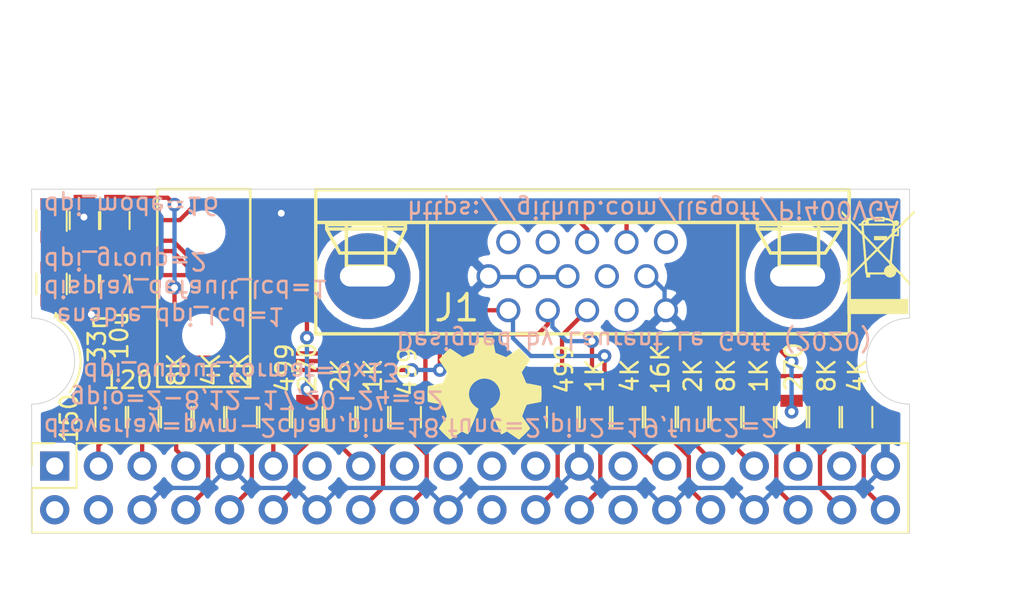
<source format=kicad_pcb>
(kicad_pcb (version 20171130) (host pcbnew "(5.1.6)-1")

  (general
    (thickness 1.6)
    (drawings 19)
    (tracks 247)
    (zones 0)
    (modules 31)
    (nets 48)
  )

  (page A4)
  (layers
    (0 F.Cu signal)
    (31 B.Cu signal)
    (32 B.Adhes user)
    (33 F.Adhes user)
    (34 B.Paste user)
    (35 F.Paste user)
    (36 B.SilkS user)
    (37 F.SilkS user)
    (38 B.Mask user)
    (39 F.Mask user)
    (40 Dwgs.User user)
    (41 Cmts.User user)
    (42 Eco1.User user)
    (43 Eco2.User user)
    (44 Edge.Cuts user)
    (45 Margin user)
    (46 B.CrtYd user)
    (47 F.CrtYd user)
    (48 B.Fab user)
    (49 F.Fab user)
  )

  (setup
    (last_trace_width 0.25)
    (trace_clearance 0.2)
    (zone_clearance 0.508)
    (zone_45_only no)
    (trace_min 0.2)
    (via_size 0.8)
    (via_drill 0.4)
    (via_min_size 0.4)
    (via_min_drill 0.3)
    (uvia_size 0.3)
    (uvia_drill 0.1)
    (uvias_allowed no)
    (uvia_min_size 0.2)
    (uvia_min_drill 0.1)
    (edge_width 0.05)
    (segment_width 0.2)
    (pcb_text_width 0.3)
    (pcb_text_size 1.5 1.5)
    (mod_edge_width 0.12)
    (mod_text_size 1 1)
    (mod_text_width 0.15)
    (pad_size 1.524 1.524)
    (pad_drill 0.762)
    (pad_to_mask_clearance 0.05)
    (aux_axis_origin 0 0)
    (visible_elements 7FFFFFFF)
    (pcbplotparams
      (layerselection 0x010fc_ffffffff)
      (usegerberextensions false)
      (usegerberattributes true)
      (usegerberadvancedattributes true)
      (creategerberjobfile true)
      (excludeedgelayer true)
      (linewidth 0.100000)
      (plotframeref false)
      (viasonmask false)
      (mode 1)
      (useauxorigin false)
      (hpglpennumber 1)
      (hpglpenspeed 20)
      (hpglpendiameter 15.000000)
      (psnegative false)
      (psa4output false)
      (plotreference true)
      (plotvalue true)
      (plotinvisibletext false)
      (padsonsilk false)
      (subtractmaskfromsilk false)
      (outputformat 1)
      (mirror false)
      (drillshape 1)
      (scaleselection 1)
      (outputdirectory ""))
  )

  (net 0 "")
  (net 1 "Net-(C1-Pad1)")
  (net 2 GND)
  (net 3 "Net-(C2-Pad2)")
  (net 4 "Net-(C3-Pad1)")
  (net 5 "Net-(C4-Pad2)")
  (net 6 /VGAB)
  (net 7 /VGAG)
  (net 8 /VGAR)
  (net 9 "Net-(J1-Pad4)")
  (net 10 "Net-(J1-Pad9)")
  (net 11 "Net-(J1-Pad11)")
  (net 12 "Net-(J1-Pad12)")
  (net 13 /VGAH)
  (net 14 /VGAV)
  (net 15 "Net-(J1-Pad15)")
  (net 16 "Net-(J2-Pad1)")
  (net 17 "Net-(J2-Pad2)")
  (net 18 /V)
  (net 19 "Net-(J2-Pad4)")
  (net 20 /H)
  (net 21 /B3)
  (net 22 /G4)
  (net 23 /G5)
  (net 24 /G7)
  (net 25 /RPWM)
  (net 26 "Net-(J2-Pad13)")
  (net 27 /R5)
  (net 28 /R6)
  (net 29 "Net-(J2-Pad17)")
  (net 30 /R7)
  (net 31 "Net-(J2-Pad19)")
  (net 32 "Net-(J2-Pad21)")
  (net 33 "Net-(J2-Pad22)")
  (net 34 "Net-(J2-Pad23)")
  (net 35 /B7)
  (net 36 /B6)
  (net 37 "Net-(J2-Pad27)")
  (net 38 "Net-(J2-Pad28)")
  (net 39 /B4)
  (net 40 /B5)
  (net 41 /G2)
  (net 42 /G3)
  (net 43 /LPWM)
  (net 44 /G6)
  (net 45 "Net-(J2-Pad37)")
  (net 46 /R3)
  (net 47 /R4)

  (net_class Default "This is the default net class."
    (clearance 0.2)
    (trace_width 0.25)
    (via_dia 0.8)
    (via_drill 0.4)
    (uvia_dia 0.3)
    (uvia_drill 0.1)
    (add_net /B3)
    (add_net /B4)
    (add_net /B5)
    (add_net /B6)
    (add_net /B7)
    (add_net /G2)
    (add_net /G3)
    (add_net /G4)
    (add_net /G5)
    (add_net /G6)
    (add_net /G7)
    (add_net /H)
    (add_net /LPWM)
    (add_net /R3)
    (add_net /R4)
    (add_net /R5)
    (add_net /R6)
    (add_net /R7)
    (add_net /RPWM)
    (add_net /V)
    (add_net /VGAB)
    (add_net /VGAG)
    (add_net /VGAH)
    (add_net /VGAR)
    (add_net /VGAV)
    (add_net GND)
    (add_net "Net-(C1-Pad1)")
    (add_net "Net-(C2-Pad2)")
    (add_net "Net-(C3-Pad1)")
    (add_net "Net-(C4-Pad2)")
    (add_net "Net-(J1-Pad11)")
    (add_net "Net-(J1-Pad12)")
    (add_net "Net-(J1-Pad15)")
    (add_net "Net-(J1-Pad4)")
    (add_net "Net-(J1-Pad9)")
    (add_net "Net-(J2-Pad1)")
    (add_net "Net-(J2-Pad13)")
    (add_net "Net-(J2-Pad17)")
    (add_net "Net-(J2-Pad19)")
    (add_net "Net-(J2-Pad2)")
    (add_net "Net-(J2-Pad21)")
    (add_net "Net-(J2-Pad22)")
    (add_net "Net-(J2-Pad23)")
    (add_net "Net-(J2-Pad27)")
    (add_net "Net-(J2-Pad28)")
    (add_net "Net-(J2-Pad37)")
    (add_net "Net-(J2-Pad4)")
  )

  (module Symbols:OSHW-Symbol_6.7x6mm_SilkScreen (layer F.Cu) (tedit 0) (tstamp 5FAD16F3)
    (at 146.3 141.6)
    (descr "Open Source Hardware Symbol")
    (tags "Logo Symbol OSHW")
    (attr virtual)
    (fp_text reference REF*** (at 0 0) (layer F.SilkS) hide
      (effects (font (size 1 1) (thickness 0.15)))
    )
    (fp_text value OSHW-Symbol_6.7x6mm_SilkScreen (at 0.75 0) (layer F.Fab) hide
      (effects (font (size 1 1) (thickness 0.15)))
    )
    (fp_poly (pts (xy 0.555814 -2.531069) (xy 0.639635 -2.086445) (xy 0.94892 -1.958947) (xy 1.258206 -1.831449)
      (xy 1.629246 -2.083754) (xy 1.733157 -2.154004) (xy 1.827087 -2.216728) (xy 1.906652 -2.269062)
      (xy 1.96747 -2.308143) (xy 2.005157 -2.331107) (xy 2.015421 -2.336058) (xy 2.03391 -2.323324)
      (xy 2.07342 -2.288118) (xy 2.129522 -2.234938) (xy 2.197787 -2.168282) (xy 2.273786 -2.092646)
      (xy 2.353092 -2.012528) (xy 2.431275 -1.932426) (xy 2.503907 -1.856836) (xy 2.566559 -1.790255)
      (xy 2.614803 -1.737182) (xy 2.64421 -1.702113) (xy 2.651241 -1.690377) (xy 2.641123 -1.66874)
      (xy 2.612759 -1.621338) (xy 2.569129 -1.552807) (xy 2.513218 -1.467785) (xy 2.448006 -1.370907)
      (xy 2.410219 -1.31565) (xy 2.341343 -1.214752) (xy 2.28014 -1.123701) (xy 2.229578 -1.04703)
      (xy 2.192628 -0.989272) (xy 2.172258 -0.954957) (xy 2.169197 -0.947746) (xy 2.176136 -0.927252)
      (xy 2.195051 -0.879487) (xy 2.223087 -0.811168) (xy 2.257391 -0.729011) (xy 2.295109 -0.63973)
      (xy 2.333387 -0.550042) (xy 2.36937 -0.466662) (xy 2.400206 -0.396306) (xy 2.423039 -0.34569)
      (xy 2.435017 -0.321529) (xy 2.435724 -0.320578) (xy 2.454531 -0.315964) (xy 2.504618 -0.305672)
      (xy 2.580793 -0.290713) (xy 2.677865 -0.272099) (xy 2.790643 -0.250841) (xy 2.856442 -0.238582)
      (xy 2.97695 -0.215638) (xy 3.085797 -0.193805) (xy 3.177476 -0.174278) (xy 3.246481 -0.158252)
      (xy 3.287304 -0.146921) (xy 3.295511 -0.143326) (xy 3.303548 -0.118994) (xy 3.310033 -0.064041)
      (xy 3.31497 0.015108) (xy 3.318364 0.112026) (xy 3.320218 0.220287) (xy 3.320538 0.333465)
      (xy 3.319327 0.445135) (xy 3.31659 0.548868) (xy 3.312331 0.638241) (xy 3.306555 0.706826)
      (xy 3.299267 0.748197) (xy 3.294895 0.75681) (xy 3.268764 0.767133) (xy 3.213393 0.781892)
      (xy 3.136107 0.799352) (xy 3.04423 0.81778) (xy 3.012158 0.823741) (xy 2.857524 0.852066)
      (xy 2.735375 0.874876) (xy 2.641673 0.89308) (xy 2.572384 0.907583) (xy 2.523471 0.919292)
      (xy 2.490897 0.929115) (xy 2.470628 0.937956) (xy 2.458626 0.946724) (xy 2.456947 0.948457)
      (xy 2.440184 0.976371) (xy 2.414614 1.030695) (xy 2.382788 1.104777) (xy 2.34726 1.191965)
      (xy 2.310583 1.285608) (xy 2.275311 1.379052) (xy 2.243996 1.465647) (xy 2.219193 1.53874)
      (xy 2.203454 1.591678) (xy 2.199332 1.617811) (xy 2.199676 1.618726) (xy 2.213641 1.640086)
      (xy 2.245322 1.687084) (xy 2.291391 1.754827) (xy 2.348518 1.838423) (xy 2.413373 1.932982)
      (xy 2.431843 1.959854) (xy 2.497699 2.057275) (xy 2.55565 2.146163) (xy 2.602538 2.221412)
      (xy 2.635207 2.27792) (xy 2.6505 2.310581) (xy 2.651241 2.314593) (xy 2.638392 2.335684)
      (xy 2.602888 2.377464) (xy 2.549293 2.435445) (xy 2.482171 2.505135) (xy 2.406087 2.582045)
      (xy 2.325604 2.661683) (xy 2.245287 2.739561) (xy 2.169699 2.811186) (xy 2.103405 2.87207)
      (xy 2.050969 2.917721) (xy 2.016955 2.94365) (xy 2.007545 2.947883) (xy 1.985643 2.937912)
      (xy 1.9408 2.91102) (xy 1.880321 2.871736) (xy 1.833789 2.840117) (xy 1.749475 2.782098)
      (xy 1.649626 2.713784) (xy 1.549473 2.645579) (xy 1.495627 2.609075) (xy 1.313371 2.4858)
      (xy 1.160381 2.56852) (xy 1.090682 2.604759) (xy 1.031414 2.632926) (xy 0.991311 2.648991)
      (xy 0.981103 2.651226) (xy 0.968829 2.634722) (xy 0.944613 2.588082) (xy 0.910263 2.515609)
      (xy 0.867588 2.421606) (xy 0.818394 2.310374) (xy 0.76449 2.186215) (xy 0.707684 2.053432)
      (xy 0.649782 1.916327) (xy 0.592593 1.779202) (xy 0.537924 1.646358) (xy 0.487584 1.522098)
      (xy 0.44338 1.410725) (xy 0.407119 1.316539) (xy 0.380609 1.243844) (xy 0.365658 1.196941)
      (xy 0.363254 1.180833) (xy 0.382311 1.160286) (xy 0.424036 1.126933) (xy 0.479706 1.087702)
      (xy 0.484378 1.084599) (xy 0.628264 0.969423) (xy 0.744283 0.835053) (xy 0.83143 0.685784)
      (xy 0.888699 0.525913) (xy 0.915086 0.359737) (xy 0.909585 0.191552) (xy 0.87119 0.025655)
      (xy 0.798895 -0.133658) (xy 0.777626 -0.168513) (xy 0.666996 -0.309263) (xy 0.536302 -0.422286)
      (xy 0.390064 -0.506997) (xy 0.232808 -0.562806) (xy 0.069057 -0.589126) (xy -0.096667 -0.58537)
      (xy -0.259838 -0.55095) (xy -0.415935 -0.485277) (xy -0.560433 -0.387765) (xy -0.605131 -0.348187)
      (xy -0.718888 -0.224297) (xy -0.801782 -0.093876) (xy -0.858644 0.052315) (xy -0.890313 0.197088)
      (xy -0.898131 0.35986) (xy -0.872062 0.52344) (xy -0.814755 0.682298) (xy -0.728856 0.830906)
      (xy -0.617014 0.963735) (xy -0.481877 1.075256) (xy -0.464117 1.087011) (xy -0.40785 1.125508)
      (xy -0.365077 1.158863) (xy -0.344628 1.18016) (xy -0.344331 1.180833) (xy -0.348721 1.203871)
      (xy -0.366124 1.256157) (xy -0.394732 1.33339) (xy -0.432735 1.431268) (xy -0.478326 1.545491)
      (xy -0.529697 1.671758) (xy -0.585038 1.805767) (xy -0.642542 1.943218) (xy -0.700399 2.079808)
      (xy -0.756802 2.211237) (xy -0.809942 2.333205) (xy -0.85801 2.441409) (xy -0.899199 2.531549)
      (xy -0.931699 2.599323) (xy -0.953703 2.64043) (xy -0.962564 2.651226) (xy -0.98964 2.642819)
      (xy -1.040303 2.620272) (xy -1.105817 2.587613) (xy -1.141841 2.56852) (xy -1.294832 2.4858)
      (xy -1.477088 2.609075) (xy -1.570125 2.672228) (xy -1.671985 2.741727) (xy -1.767438 2.807165)
      (xy -1.81525 2.840117) (xy -1.882495 2.885273) (xy -1.939436 2.921057) (xy -1.978646 2.942938)
      (xy -1.991381 2.947563) (xy -2.009917 2.935085) (xy -2.050941 2.900252) (xy -2.110475 2.846678)
      (xy -2.184542 2.777983) (xy -2.269165 2.697781) (xy -2.322685 2.646286) (xy -2.416319 2.554286)
      (xy -2.497241 2.471999) (xy -2.562177 2.402945) (xy -2.607858 2.350644) (xy -2.631011 2.318616)
      (xy -2.633232 2.312116) (xy -2.622924 2.287394) (xy -2.594439 2.237405) (xy -2.550937 2.167212)
      (xy -2.495577 2.081875) (xy -2.43152 1.986456) (xy -2.413303 1.959854) (xy -2.346927 1.863167)
      (xy -2.287378 1.776117) (xy -2.237984 1.703595) (xy -2.202075 1.650493) (xy -2.182981 1.621703)
      (xy -2.181136 1.618726) (xy -2.183895 1.595782) (xy -2.198538 1.545336) (xy -2.222513 1.474041)
      (xy -2.253266 1.388547) (xy -2.288244 1.295507) (xy -2.324893 1.201574) (xy -2.360661 1.113399)
      (xy -2.392994 1.037634) (xy -2.419338 0.980931) (xy -2.437142 0.949943) (xy -2.438407 0.948457)
      (xy -2.449294 0.939601) (xy -2.467682 0.930843) (xy -2.497606 0.921277) (xy -2.543103 0.909996)
      (xy -2.608209 0.896093) (xy -2.696961 0.878663) (xy -2.813393 0.856798) (xy -2.961542 0.829591)
      (xy -2.993618 0.823741) (xy -3.088686 0.805374) (xy -3.171565 0.787405) (xy -3.23493 0.771569)
      (xy -3.271458 0.7596) (xy -3.276356 0.75681) (xy -3.284427 0.732072) (xy -3.290987 0.67679)
      (xy -3.296033 0.597389) (xy -3.299559 0.500296) (xy -3.301561 0.391938) (xy -3.302036 0.27874)
      (xy -3.300977 0.167128) (xy -3.298382 0.063529) (xy -3.294246 -0.025632) (xy -3.288563 -0.093928)
      (xy -3.281331 -0.134934) (xy -3.276971 -0.143326) (xy -3.252698 -0.151792) (xy -3.197426 -0.165565)
      (xy -3.116662 -0.18345) (xy -3.015912 -0.204252) (xy -2.900683 -0.226777) (xy -2.837902 -0.238582)
      (xy -2.718787 -0.260849) (xy -2.612565 -0.281021) (xy -2.524427 -0.298085) (xy -2.459566 -0.311031)
      (xy -2.423174 -0.318845) (xy -2.417184 -0.320578) (xy -2.407061 -0.34011) (xy -2.385662 -0.387157)
      (xy -2.355839 -0.454997) (xy -2.320445 -0.536909) (xy -2.282332 -0.626172) (xy -2.244353 -0.716065)
      (xy -2.20936 -0.799865) (xy -2.180206 -0.870853) (xy -2.159743 -0.922306) (xy -2.150823 -0.947503)
      (xy -2.150657 -0.948604) (xy -2.160769 -0.968481) (xy -2.189117 -1.014223) (xy -2.232723 -1.081283)
      (xy -2.288606 -1.165116) (xy -2.353787 -1.261174) (xy -2.391679 -1.31635) (xy -2.460725 -1.417519)
      (xy -2.52205 -1.50937) (xy -2.572663 -1.587256) (xy -2.609571 -1.646531) (xy -2.629782 -1.682549)
      (xy -2.632701 -1.690623) (xy -2.620153 -1.709416) (xy -2.585463 -1.749543) (xy -2.533063 -1.806507)
      (xy -2.467384 -1.875815) (xy -2.392856 -1.952969) (xy -2.313913 -2.033475) (xy -2.234983 -2.112837)
      (xy -2.1605 -2.18656) (xy -2.094894 -2.250148) (xy -2.042596 -2.299106) (xy -2.008039 -2.328939)
      (xy -1.996478 -2.336058) (xy -1.977654 -2.326047) (xy -1.932631 -2.297922) (xy -1.865787 -2.254546)
      (xy -1.781499 -2.198782) (xy -1.684144 -2.133494) (xy -1.610707 -2.083754) (xy -1.239667 -1.831449)
      (xy -0.621095 -2.086445) (xy -0.537275 -2.531069) (xy -0.453454 -2.975693) (xy 0.471994 -2.975693)
      (xy 0.555814 -2.531069)) (layer F.SilkS) (width 0.01))
  )

  (module Symbols:WEEE-Logo_4.2x6mm_SilkScreen (layer F.Cu) (tedit 0) (tstamp 5FAD15B2)
    (at 169.164 134.239)
    (descr "Waste Electrical and Electronic Equipment Directive")
    (tags "Logo WEEE")
    (attr virtual)
    (fp_text reference REF*** (at 0 0) (layer F.SilkS) hide
      (effects (font (size 1 1) (thickness 0.15)))
    )
    (fp_text value WEEE-Logo_4.2x6mm_SilkScreen (at 0.75 0) (layer F.Fab) hide
      (effects (font (size 1 1) (thickness 0.15)))
    )
    (fp_poly (pts (xy 1.747822 3.017822) (xy -1.772971 3.017822) (xy -1.772971 2.150198) (xy 1.747822 2.150198)
      (xy 1.747822 3.017822)) (layer F.SilkS) (width 0.01))
    (fp_poly (pts (xy 2.12443 -2.935152) (xy 2.123811 -2.848069) (xy 1.672086 -2.389109) (xy 1.220361 -1.930148)
      (xy 1.220032 -1.719529) (xy 1.219703 -1.508911) (xy 0.94461 -1.508911) (xy 0.937522 -1.45547)
      (xy 0.934838 -1.431112) (xy 0.930313 -1.385241) (xy 0.924191 -1.320595) (xy 0.916712 -1.239909)
      (xy 0.908119 -1.145919) (xy 0.898654 -1.041363) (xy 0.888558 -0.928975) (xy 0.878074 -0.811493)
      (xy 0.867444 -0.691652) (xy 0.856909 -0.572189) (xy 0.846713 -0.455841) (xy 0.837095 -0.345343)
      (xy 0.8283 -0.243431) (xy 0.820568 -0.152842) (xy 0.814142 -0.076313) (xy 0.809263 -0.016579)
      (xy 0.806175 0.023624) (xy 0.805117 0.041559) (xy 0.805118 0.041644) (xy 0.812827 0.056035)
      (xy 0.835981 0.085748) (xy 0.874895 0.131131) (xy 0.929884 0.192529) (xy 1.001264 0.270288)
      (xy 1.089349 0.364754) (xy 1.194454 0.476272) (xy 1.316895 0.605188) (xy 1.35131 0.641287)
      (xy 1.897137 1.213416) (xy 1.808881 1.301436) (xy 1.737485 1.223758) (xy 1.711366 1.195686)
      (xy 1.670566 1.152274) (xy 1.617777 1.096366) (xy 1.555691 1.030808) (xy 1.487 0.958441)
      (xy 1.414396 0.882112) (xy 1.37096 0.836524) (xy 1.289416 0.751119) (xy 1.223504 0.68271)
      (xy 1.171544 0.630053) (xy 1.131855 0.591905) (xy 1.102757 0.56702) (xy 1.082569 0.554156)
      (xy 1.06961 0.552068) (xy 1.0622 0.559513) (xy 1.058658 0.575246) (xy 1.057303 0.598023)
      (xy 1.057121 0.604239) (xy 1.047703 0.647061) (xy 1.024497 0.698819) (xy 0.992136 0.751328)
      (xy 0.955252 0.796403) (xy 0.940493 0.810328) (xy 0.864767 0.859047) (xy 0.776308 0.886306)
      (xy 0.6981 0.892773) (xy 0.609468 0.880576) (xy 0.527612 0.844813) (xy 0.455164 0.786722)
      (xy 0.441797 0.772262) (xy 0.392918 0.716733) (xy -0.452674 0.716733) (xy -0.452674 0.892773)
      (xy -0.67901 0.892773) (xy -0.67901 0.810531) (xy -0.68185 0.754386) (xy -0.691393 0.715416)
      (xy -0.702991 0.694219) (xy -0.711277 0.679052) (xy -0.718373 0.657062) (xy -0.724748 0.624987)
      (xy -0.730872 0.579569) (xy -0.737216 0.517548) (xy -0.74425 0.435662) (xy -0.749066 0.374746)
      (xy -0.771161 0.089343) (xy -1.313565 0.638805) (xy -1.411637 0.738228) (xy -1.505784 0.833815)
      (xy -1.594285 0.92381) (xy -1.67542 1.006457) (xy -1.747469 1.080001) (xy -1.808712 1.142684)
      (xy -1.857427 1.192752) (xy -1.891896 1.228448) (xy -1.910379 1.247995) (xy -1.940743 1.278944)
      (xy -1.966071 1.30053) (xy -1.979695 1.307723) (xy -1.997095 1.299297) (xy -2.02246 1.278245)
      (xy -2.031058 1.269671) (xy -2.067514 1.23162) (xy -1.866802 1.027658) (xy -1.815596 0.975699)
      (xy -1.749569 0.90882) (xy -1.671618 0.82995) (xy -1.584638 0.742014) (xy -1.491526 0.647941)
      (xy -1.395179 0.550658) (xy -1.298492 0.453093) (xy -1.229134 0.383145) (xy -1.123703 0.27655)
      (xy -1.035129 0.186307) (xy -0.962281 0.111192) (xy -0.904023 0.049986) (xy -0.859225 0.001466)
      (xy -0.837021 -0.023871) (xy -0.658724 -0.023871) (xy -0.636401 0.261555) (xy -0.629669 0.345219)
      (xy -0.623157 0.421727) (xy -0.617234 0.487081) (xy -0.612268 0.537281) (xy -0.608629 0.568329)
      (xy -0.607458 0.575273) (xy -0.600838 0.603565) (xy 0.348636 0.603565) (xy 0.354974 0.524606)
      (xy 0.37411 0.431315) (xy 0.414154 0.348791) (xy 0.472582 0.280038) (xy 0.546871 0.228063)
      (xy 0.630252 0.196863) (xy 0.657302 0.182228) (xy 0.670844 0.150819) (xy 0.671128 0.149434)
      (xy 0.672753 0.136174) (xy 0.670744 0.122595) (xy 0.663142 0.106181) (xy 0.647984 0.084411)
      (xy 0.623312 0.054767) (xy 0.587164 0.014732) (xy 0.53758 -0.038215) (xy 0.472599 -0.106591)
      (xy 0.468401 -0.110995) (xy 0.398507 -0.184389) (xy 0.3242 -0.262563) (xy 0.250586 -0.340136)
      (xy 0.182771 -0.411725) (xy 0.12586 -0.471949) (xy 0.113168 -0.485413) (xy 0.064513 -0.53618)
      (xy 0.021291 -0.579625) (xy -0.013395 -0.612759) (xy -0.036444 -0.632595) (xy -0.044182 -0.636954)
      (xy -0.055722 -0.62783) (xy -0.08271 -0.6028) (xy -0.123021 -0.563948) (xy -0.174529 -0.513357)
      (xy -0.235109 -0.453112) (xy -0.302636 -0.385296) (xy -0.357826 -0.329435) (xy -0.658724 -0.023871)
      (xy -0.837021 -0.023871) (xy -0.826751 -0.035589) (xy -0.805471 -0.062401) (xy -0.794251 -0.080192)
      (xy -0.791754 -0.08843) (xy -0.7927 -0.10641) (xy -0.795573 -0.147108) (xy -0.800187 -0.208181)
      (xy -0.806358 -0.287287) (xy -0.813898 -0.382086) (xy -0.822621 -0.490233) (xy -0.832343 -0.609388)
      (xy -0.842876 -0.737209) (xy -0.851365 -0.839365) (xy -0.899396 -1.415326) (xy -0.775805 -1.415326)
      (xy -0.775273 -1.402896) (xy -0.772769 -1.36789) (xy -0.768496 -1.312785) (xy -0.762653 -1.240057)
      (xy -0.755443 -1.152186) (xy -0.747066 -1.051649) (xy -0.737723 -0.940923) (xy -0.728758 -0.835795)
      (xy -0.718602 -0.716517) (xy -0.709142 -0.60392) (xy -0.700596 -0.500695) (xy -0.693179 -0.409527)
      (xy -0.687108 -0.333105) (xy -0.682601 -0.274117) (xy -0.679873 -0.235251) (xy -0.679116 -0.220156)
      (xy -0.677935 -0.210762) (xy -0.673256 -0.207034) (xy -0.663276 -0.210529) (xy -0.64619 -0.222801)
      (xy -0.620196 -0.245406) (xy -0.58349 -0.2799) (xy -0.534267 -0.327838) (xy -0.470726 -0.390776)
      (xy -0.403305 -0.458032) (xy -0.127601 -0.733523) (xy -0.129533 -0.735594) (xy 0.05271 -0.735594)
      (xy 0.061016 -0.72422) (xy 0.084267 -0.697437) (xy 0.120135 -0.657708) (xy 0.166287 -0.607493)
      (xy 0.220394 -0.549254) (xy 0.280126 -0.485453) (xy 0.343152 -0.418551) (xy 0.407142 -0.35101)
      (xy 0.469764 -0.28529) (xy 0.52869 -0.223854) (xy 0.581588 -0.169163) (xy 0.626128 -0.123678)
      (xy 0.65998 -0.089862) (xy 0.680812 -0.070174) (xy 0.686494 -0.066163) (xy 0.688366 -0.079109)
      (xy 0.692254 -0.114866) (xy 0.697943 -0.171196) (xy 0.705219 -0.24586) (xy 0.713869 -0.33662)
      (xy 0.723678 -0.441238) (xy 0.734434 -0.557474) (xy 0.745921 -0.683092) (xy 0.755093 -0.784382)
      (xy 0.766826 -0.915721) (xy 0.777665 -1.039448) (xy 0.78743 -1.153319) (xy 0.795937 -1.255089)
      (xy 0.803005 -1.342513) (xy 0.808451 -1.413347) (xy 0.812092 -1.465347) (xy 0.813747 -1.496268)
      (xy 0.813558 -1.504297) (xy 0.803666 -1.497146) (xy 0.778476 -1.474159) (xy 0.74019 -1.437561)
      (xy 0.691011 -1.389578) (xy 0.633139 -1.332434) (xy 0.568778 -1.268353) (xy 0.500129 -1.199562)
      (xy 0.429395 -1.128284) (xy 0.358778 -1.056745) (xy 0.29048 -0.98717) (xy 0.226704 -0.921783)
      (xy 0.16965 -0.862809) (xy 0.121522 -0.812473) (xy 0.084522 -0.773001) (xy 0.060852 -0.746617)
      (xy 0.05271 -0.735594) (xy -0.129533 -0.735594) (xy -0.230409 -0.843705) (xy -0.282768 -0.899623)
      (xy -0.341535 -0.962052) (xy -0.404385 -1.028557) (xy -0.468995 -1.096702) (xy -0.533042 -1.164052)
      (xy -0.594203 -1.228172) (xy -0.650153 -1.286628) (xy -0.69857 -1.336982) (xy -0.73713 -1.376802)
      (xy -0.763509 -1.40365) (xy -0.775384 -1.415092) (xy -0.775805 -1.415326) (xy -0.899396 -1.415326)
      (xy -0.911401 -1.559274) (xy -1.511938 -2.190842) (xy -2.112475 -2.822411) (xy -2.112034 -2.910685)
      (xy -2.111592 -2.99896) (xy -2.014583 -2.895334) (xy -1.960291 -2.837537) (xy -1.896192 -2.769632)
      (xy -1.824016 -2.693428) (xy -1.745492 -2.610731) (xy -1.662349 -2.523347) (xy -1.576319 -2.433085)
      (xy -1.48913 -2.34175) (xy -1.402513 -2.251151) (xy -1.318197 -2.163093) (xy -1.237912 -2.079385)
      (xy -1.163387 -2.001833) (xy -1.096354 -1.932243) (xy -1.038541 -1.872424) (xy -0.991679 -1.824182)
      (xy -0.957496 -1.789324) (xy -0.937724 -1.769657) (xy -0.93339 -1.765884) (xy -0.933092 -1.779008)
      (xy -0.934731 -1.812611) (xy -0.938023 -1.86212) (xy -0.942682 -1.922963) (xy -0.944682 -1.947268)
      (xy -0.959577 -2.125049) (xy -0.842955 -2.125049) (xy -0.836934 -2.096757) (xy -0.833863 -2.074382)
      (xy -0.829548 -2.032283) (xy -0.824488 -1.975822) (xy -0.819181 -1.910365) (xy -0.817344 -1.886138)
      (xy -0.811927 -1.816579) (xy -0.806459 -1.751982) (xy -0.801488 -1.698452) (xy -0.797561 -1.66209)
      (xy -0.796675 -1.655491) (xy -0.793334 -1.641944) (xy -0.786101 -1.626086) (xy -0.77344 -1.606139)
      (xy -0.753811 -1.580327) (xy -0.725678 -1.546871) (xy -0.687502 -1.503993) (xy -0.637746 -1.449917)
      (xy -0.574871 -1.382864) (xy -0.497341 -1.301057) (xy -0.418251 -1.21805) (xy -0.339564 -1.135906)
      (xy -0.266112 -1.059831) (xy -0.199724 -0.991675) (xy -0.142227 -0.933288) (xy -0.095451 -0.886519)
      (xy -0.061224 -0.853218) (xy -0.041373 -0.835233) (xy -0.03714 -0.832558) (xy -0.026003 -0.842259)
      (xy 0.000029 -0.867559) (xy 0.03843 -0.905918) (xy 0.086672 -0.9548) (xy 0.14223 -1.011666)
      (xy 0.182408 -1.053094) (xy 0.392169 -1.27) (xy -0.226337 -1.27) (xy -0.226337 -1.508911)
      (xy 0.528119 -1.508911) (xy 0.528119 -1.402458) (xy 0.666435 -1.540346) (xy 0.764553 -1.63816)
      (xy 0.955643 -1.63816) (xy 0.957471 -1.62273) (xy 0.966723 -1.614133) (xy 0.98905 -1.610387)
      (xy 1.030105 -1.609511) (xy 1.037376 -1.609505) (xy 1.119109 -1.609505) (xy 1.119109 -1.828828)
      (xy 1.037376 -1.747821) (xy 0.99127 -1.698572) (xy 0.963694 -1.660841) (xy 0.955643 -1.63816)
      (xy 0.764553 -1.63816) (xy 0.804752 -1.678234) (xy 0.804752 -1.801048) (xy 0.805137 -1.85755)
      (xy 0.8069 -1.893495) (xy 0.81095 -1.91347) (xy 0.818199 -1.922063) (xy 0.82913 -1.923861)
      (xy 0.841288 -1.926502) (xy 0.850273 -1.937088) (xy 0.857174 -1.959619) (xy 0.863076 -1.998091)
      (xy 0.869065 -2.056502) (xy 0.870987 -2.077896) (xy 0.875148 -2.125049) (xy -0.842955 -2.125049)
      (xy -0.959577 -2.125049) (xy -1.119109 -2.125049) (xy -1.119109 -2.238218) (xy -1.051314 -2.238218)
      (xy -1.011662 -2.239304) (xy -0.990116 -2.244546) (xy -0.98748 -2.247666) (xy -0.848616 -2.247666)
      (xy -0.841308 -2.240538) (xy -0.815993 -2.238338) (xy -0.798908 -2.238218) (xy -0.741881 -2.238218)
      (xy -0.529221 -2.238218) (xy 0.885302 -2.238218) (xy 0.837458 -2.287214) (xy 0.76315 -2.347676)
      (xy 0.671184 -2.394309) (xy 0.560002 -2.427751) (xy 0.449529 -2.446247) (xy 0.377227 -2.454878)
      (xy 0.377227 -2.36396) (xy -0.201188 -2.36396) (xy -0.201188 -2.467107) (xy -0.286065 -2.458504)
      (xy -0.345368 -2.451244) (xy -0.408551 -2.441621) (xy -0.446386 -2.434748) (xy -0.521832 -2.419593)
      (xy -0.525526 -2.328905) (xy -0.529221 -2.238218) (xy -0.741881 -2.238218) (xy -0.741881 -2.288515)
      (xy -0.743544 -2.320024) (xy -0.747697 -2.337537) (xy -0.749371 -2.338812) (xy -0.767987 -2.330746)
      (xy -0.795183 -2.31118) (xy -0.822448 -2.287056) (xy -0.841267 -2.265318) (xy -0.842943 -2.262492)
      (xy -0.848616 -2.247666) (xy -0.98748 -2.247666) (xy -0.979662 -2.256919) (xy -0.975442 -2.270396)
      (xy -0.958219 -2.305373) (xy -0.925138 -2.347421) (xy -0.881893 -2.390644) (xy -0.834174 -2.429146)
      (xy -0.80283 -2.449199) (xy -0.767123 -2.471149) (xy -0.748819 -2.489589) (xy -0.742388 -2.511332)
      (xy -0.741894 -2.524282) (xy -0.741894 -2.527425) (xy -0.100594 -2.527425) (xy -0.100594 -2.464554)
      (xy 0.276633 -2.464554) (xy 0.276633 -2.527425) (xy -0.100594 -2.527425) (xy -0.741894 -2.527425)
      (xy -0.741881 -2.565148) (xy -0.636048 -2.565148) (xy -0.587355 -2.563971) (xy -0.549405 -2.560835)
      (xy -0.528308 -2.556329) (xy -0.526023 -2.554505) (xy -0.512641 -2.551705) (xy -0.480074 -2.552852)
      (xy -0.433916 -2.557607) (xy -0.402376 -2.561997) (xy -0.345188 -2.570622) (xy -0.292886 -2.578409)
      (xy -0.253582 -2.584153) (xy -0.242055 -2.585785) (xy -0.211937 -2.595112) (xy -0.201188 -2.609728)
      (xy -0.19792 -2.61568) (xy -0.18623 -2.620222) (xy -0.163288 -2.62353) (xy -0.126265 -2.625785)
      (xy -0.072332 -2.627166) (xy 0.00134 -2.62785) (xy 0.08802 -2.62802) (xy 0.180529 -2.627923)
      (xy 0.250906 -2.62747) (xy 0.302164 -2.62641) (xy 0.33732 -2.624497) (xy 0.359389 -2.621481)
      (xy 0.371385 -2.617115) (xy 0.376324 -2.611151) (xy 0.377227 -2.604216) (xy 0.384921 -2.582205)
      (xy 0.410121 -2.569679) (xy 0.456009 -2.565212) (xy 0.464264 -2.565148) (xy 0.541973 -2.557132)
      (xy 0.630233 -2.535064) (xy 0.721085 -2.501916) (xy 0.80657 -2.460661) (xy 0.878726 -2.414269)
      (xy 0.888072 -2.406918) (xy 0.918533 -2.383002) (xy 0.936572 -2.373424) (xy 0.949169 -2.37652)
      (xy 0.9621 -2.389296) (xy 1.000293 -2.414322) (xy 1.049998 -2.423929) (xy 1.103524 -2.418933)
      (xy 1.153178 -2.400149) (xy 1.191267 -2.368394) (xy 1.194025 -2.364703) (xy 1.222526 -2.305425)
      (xy 1.227828 -2.244066) (xy 1.210518 -2.185573) (xy 1.17118 -2.134896) (xy 1.16637 -2.130711)
      (xy 1.13844 -2.110833) (xy 1.110102 -2.102079) (xy 1.070263 -2.101447) (xy 1.060311 -2.102008)
      (xy 1.021332 -2.103438) (xy 1.001254 -2.100161) (xy 0.993985 -2.090272) (xy 0.99324 -2.081039)
      (xy 0.991716 -2.054256) (xy 0.987935 -2.013975) (xy 0.985218 -1.989876) (xy 0.981277 -1.951599)
      (xy 0.982916 -1.932004) (xy 0.992421 -1.924842) (xy 1.009351 -1.923861) (xy 1.019392 -1.927099)
      (xy 1.03559 -1.93758) (xy 1.059145 -1.956452) (xy 1.091257 -1.984865) (xy 1.133128 -2.023965)
      (xy 1.185957 -2.074903) (xy 1.250945 -2.138827) (xy 1.329291 -2.216886) (xy 1.422197 -2.310228)
      (xy 1.530863 -2.420002) (xy 1.583231 -2.473048) (xy 2.125049 -3.022233) (xy 2.12443 -2.935152)) (layer F.SilkS) (width 0.01))
  )

  (module Resistors_SMD:R_0805 (layer F.Cu) (tedit 58E0A804) (tstamp 5FAC8A2C)
    (at 167.9575 143.256 90)
    (descr "Resistor SMD 0805, reflow soldering, Vishay (see dcrcw.pdf)")
    (tags "resistor 0805")
    (path /59823C53)
    (attr smd)
    (fp_text reference RR4 (at 0 0 90) (layer F.SilkS) hide
      (effects (font (size 1 1) (thickness 0.15)))
    )
    (fp_text value 4K (at 2.413 0 90) (layer F.SilkS)
      (effects (font (size 1 1) (thickness 0.15)))
    )
    (fp_line (start -1 0.62) (end -1 -0.62) (layer F.Fab) (width 0.1))
    (fp_line (start 1 0.62) (end -1 0.62) (layer F.Fab) (width 0.1))
    (fp_line (start 1 -0.62) (end 1 0.62) (layer F.Fab) (width 0.1))
    (fp_line (start -1 -0.62) (end 1 -0.62) (layer F.Fab) (width 0.1))
    (fp_line (start 0.6 0.88) (end -0.6 0.88) (layer F.SilkS) (width 0.12))
    (fp_line (start -0.6 -0.88) (end 0.6 -0.88) (layer F.SilkS) (width 0.12))
    (fp_line (start -1.55 -0.9) (end 1.55 -0.9) (layer F.CrtYd) (width 0.05))
    (fp_line (start -1.55 -0.9) (end -1.55 0.9) (layer F.CrtYd) (width 0.05))
    (fp_line (start 1.55 0.9) (end 1.55 -0.9) (layer F.CrtYd) (width 0.05))
    (fp_line (start 1.55 0.9) (end -1.55 0.9) (layer F.CrtYd) (width 0.05))
    (fp_text user %R (at 0 0 90) (layer F.Fab)
      (effects (font (size 0.5 0.5) (thickness 0.075)))
    )
    (pad 1 smd rect (at -0.95 0 90) (size 0.7 1.3) (layers F.Cu F.Paste F.Mask)
      (net 47 /R4))
    (pad 2 smd rect (at 0.95 0 90) (size 0.7 1.3) (layers F.Cu F.Paste F.Mask)
      (net 8 /VGAR))
    (model ${KISYS3DMOD}/Resistor_SMD.3dshapes/R_0805_2012Metric.wrl
      (at (xyz 0 0 0))
      (scale (xyz 1 1 1))
      (rotate (xyz 0 0 0))
    )
  )

  (module Capacitors_SMD:C_0805 (layer F.Cu) (tedit 58AA8463) (tstamp 5FAC89A0)
    (at 124.841 135.509 270)
    (descr "Capacitor SMD 0805, reflow soldering, AVX (see smccp.pdf)")
    (tags "capacitor 0805")
    (path /5982E138)
    (attr smd)
    (fp_text reference C4 (at 0 0 90) (layer F.SilkS) hide
      (effects (font (size 1 1) (thickness 0.15)))
    )
    (fp_text value 10u (at 2.9845 -0.254 270) (layer F.SilkS)
      (effects (font (size 1 1) (thickness 0.15)))
    )
    (fp_line (start 1.75 0.87) (end -1.75 0.87) (layer F.CrtYd) (width 0.05))
    (fp_line (start 1.75 0.87) (end 1.75 -0.88) (layer F.CrtYd) (width 0.05))
    (fp_line (start -1.75 -0.88) (end -1.75 0.87) (layer F.CrtYd) (width 0.05))
    (fp_line (start -1.75 -0.88) (end 1.75 -0.88) (layer F.CrtYd) (width 0.05))
    (fp_line (start -0.5 0.85) (end 0.5 0.85) (layer F.SilkS) (width 0.12))
    (fp_line (start 0.5 -0.85) (end -0.5 -0.85) (layer F.SilkS) (width 0.12))
    (fp_line (start -1 -0.62) (end 1 -0.62) (layer F.Fab) (width 0.1))
    (fp_line (start 1 -0.62) (end 1 0.62) (layer F.Fab) (width 0.1))
    (fp_line (start 1 0.62) (end -1 0.62) (layer F.Fab) (width 0.1))
    (fp_line (start -1 0.62) (end -1 -0.62) (layer F.Fab) (width 0.1))
    (fp_text user %R (at 0 0 90) (layer F.Fab)
      (effects (font (size 1 1) (thickness 0.15)))
    )
    (pad 1 smd rect (at -1 0 270) (size 1 1.25) (layers F.Cu F.Paste F.Mask)
      (net 4 "Net-(C3-Pad1)"))
    (pad 2 smd rect (at 1 0 270) (size 1 1.25) (layers F.Cu F.Paste F.Mask)
      (net 5 "Net-(C4-Pad2)"))
    (model ${KISYS3DMOD}/Capacitor_SMD.3dshapes/C_0805_2012Metric.wrl
      (at (xyz 0 0 0))
      (scale (xyz 1 1 1))
      (rotate (xyz 0 0 0))
    )
  )

  (module Capacitors_SMD:C_0805 (layer F.Cu) (tedit 58AA8463) (tstamp 5FAC899A)
    (at 124.841 131.826 90)
    (descr "Capacitor SMD 0805, reflow soldering, AVX (see smccp.pdf)")
    (tags "capacitor 0805")
    (path /5982E020)
    (attr smd)
    (fp_text reference C2 (at -0.127 0 90) (layer F.SilkS) hide
      (effects (font (size 1 1) (thickness 0.15)))
    )
    (fp_text value 10u (at 0.127 -0.127 90) (layer F.Fab)
      (effects (font (size 1 1) (thickness 0.15)))
    )
    (fp_line (start 1.75 0.87) (end -1.75 0.87) (layer F.CrtYd) (width 0.05))
    (fp_line (start 1.75 0.87) (end 1.75 -0.88) (layer F.CrtYd) (width 0.05))
    (fp_line (start -1.75 -0.88) (end -1.75 0.87) (layer F.CrtYd) (width 0.05))
    (fp_line (start -1.75 -0.88) (end 1.75 -0.88) (layer F.CrtYd) (width 0.05))
    (fp_line (start -0.5 0.85) (end 0.5 0.85) (layer F.SilkS) (width 0.12))
    (fp_line (start 0.5 -0.85) (end -0.5 -0.85) (layer F.SilkS) (width 0.12))
    (fp_line (start -1 -0.62) (end 1 -0.62) (layer F.Fab) (width 0.1))
    (fp_line (start 1 -0.62) (end 1 0.62) (layer F.Fab) (width 0.1))
    (fp_line (start 1 0.62) (end -1 0.62) (layer F.Fab) (width 0.1))
    (fp_line (start -1 0.62) (end -1 -0.62) (layer F.Fab) (width 0.1))
    (fp_text user %R (at -0.127 0 90) (layer F.Fab)
      (effects (font (size 1 1) (thickness 0.15)))
    )
    (pad 1 smd rect (at -1 0 90) (size 1 1.25) (layers F.Cu F.Paste F.Mask)
      (net 1 "Net-(C1-Pad1)"))
    (pad 2 smd rect (at 1 0 90) (size 1 1.25) (layers F.Cu F.Paste F.Mask)
      (net 3 "Net-(C2-Pad2)"))
    (model ${KISYS3DMOD}/Capacitor_SMD.3dshapes/C_0805_2012Metric.wrl
      (at (xyz 0 0 0))
      (scale (xyz 1 1 1))
      (rotate (xyz 0 0 0))
    )
  )

  (module Resistors_SMD:R_0805 (layer F.Cu) (tedit 58E0A804) (tstamp 5FAC9A72)
    (at 141.732 143.256 90)
    (descr "Resistor SMD 0805, reflow soldering, Vishay (see dcrcw.pdf)")
    (tags "resistor 0805")
    (path /59823A9B)
    (attr smd)
    (fp_text reference RR7 (at 0.05 0.1 90) (layer F.SilkS) hide
      (effects (font (size 1 1) (thickness 0.15)))
    )
    (fp_text value 499 (at 2.65 0.1 90) (layer F.SilkS)
      (effects (font (size 1 1) (thickness 0.15)))
    )
    (fp_line (start -1 0.62) (end -1 -0.62) (layer F.Fab) (width 0.1))
    (fp_line (start 1 0.62) (end -1 0.62) (layer F.Fab) (width 0.1))
    (fp_line (start 1 -0.62) (end 1 0.62) (layer F.Fab) (width 0.1))
    (fp_line (start -1 -0.62) (end 1 -0.62) (layer F.Fab) (width 0.1))
    (fp_line (start 0.6 0.88) (end -0.6 0.88) (layer F.SilkS) (width 0.12))
    (fp_line (start -0.6 -0.88) (end 0.6 -0.88) (layer F.SilkS) (width 0.12))
    (fp_line (start -1.55 -0.9) (end 1.55 -0.9) (layer F.CrtYd) (width 0.05))
    (fp_line (start -1.55 -0.9) (end -1.55 0.9) (layer F.CrtYd) (width 0.05))
    (fp_line (start 1.55 0.9) (end 1.55 -0.9) (layer F.CrtYd) (width 0.05))
    (fp_line (start 1.55 0.9) (end -1.55 0.9) (layer F.CrtYd) (width 0.05))
    (fp_text user %R (at 0 0 90) (layer F.Fab)
      (effects (font (size 0.5 0.5) (thickness 0.075)))
    )
    (pad 1 smd rect (at -0.95 0 90) (size 0.7 1.3) (layers F.Cu F.Paste F.Mask)
      (net 30 /R7))
    (pad 2 smd rect (at 0.95 0 90) (size 0.7 1.3) (layers F.Cu F.Paste F.Mask)
      (net 8 /VGAR))
    (model ${KISYS3DMOD}/Resistor_SMD.3dshapes/R_0805_2012Metric.wrl
      (at (xyz 0 0 0))
      (scale (xyz 1 1 1))
      (rotate (xyz 0 0 0))
    )
  )

  (module Resistors_SMD:R_0805 (layer F.Cu) (tedit 58E0A804) (tstamp 5FAC8A32)
    (at 139.827 143.256 90)
    (descr "Resistor SMD 0805, reflow soldering, Vishay (see dcrcw.pdf)")
    (tags "resistor 0805")
    (path /59823BE1)
    (attr smd)
    (fp_text reference RR6 (at 0 0 90) (layer F.SilkS) hide
      (effects (font (size 1 1) (thickness 0.15)))
    )
    (fp_text value 1K (at 2.413 0 90) (layer F.SilkS)
      (effects (font (size 1 1) (thickness 0.15)))
    )
    (fp_line (start -1 0.62) (end -1 -0.62) (layer F.Fab) (width 0.1))
    (fp_line (start 1 0.62) (end -1 0.62) (layer F.Fab) (width 0.1))
    (fp_line (start 1 -0.62) (end 1 0.62) (layer F.Fab) (width 0.1))
    (fp_line (start -1 -0.62) (end 1 -0.62) (layer F.Fab) (width 0.1))
    (fp_line (start 0.6 0.88) (end -0.6 0.88) (layer F.SilkS) (width 0.12))
    (fp_line (start -0.6 -0.88) (end 0.6 -0.88) (layer F.SilkS) (width 0.12))
    (fp_line (start -1.55 -0.9) (end 1.55 -0.9) (layer F.CrtYd) (width 0.05))
    (fp_line (start -1.55 -0.9) (end -1.55 0.9) (layer F.CrtYd) (width 0.05))
    (fp_line (start 1.55 0.9) (end 1.55 -0.9) (layer F.CrtYd) (width 0.05))
    (fp_line (start 1.55 0.9) (end -1.55 0.9) (layer F.CrtYd) (width 0.05))
    (fp_text user %R (at 0 0 90) (layer F.Fab)
      (effects (font (size 0.5 0.5) (thickness 0.075)))
    )
    (pad 1 smd rect (at -0.95 0 90) (size 0.7 1.3) (layers F.Cu F.Paste F.Mask)
      (net 28 /R6))
    (pad 2 smd rect (at 0.95 0 90) (size 0.7 1.3) (layers F.Cu F.Paste F.Mask)
      (net 8 /VGAR))
    (model ${KISYS3DMOD}/Resistor_SMD.3dshapes/R_0805_2012Metric.wrl
      (at (xyz 0 0 0))
      (scale (xyz 1 1 1))
      (rotate (xyz 0 0 0))
    )
  )

  (module Resistors_SMD:R_0805 (layer F.Cu) (tedit 58E0A804) (tstamp 5FAD1384)
    (at 137.922 143.256 90)
    (descr "Resistor SMD 0805, reflow soldering, Vishay (see dcrcw.pdf)")
    (tags "resistor 0805")
    (path /59823C1B)
    (attr smd)
    (fp_text reference RR5 (at 0 0 90) (layer F.SilkS) hide
      (effects (font (size 1 1) (thickness 0.15)))
    )
    (fp_text value 2K (at 2.413 0 90) (layer F.SilkS)
      (effects (font (size 1 1) (thickness 0.15)))
    )
    (fp_line (start -1 0.62) (end -1 -0.62) (layer F.Fab) (width 0.1))
    (fp_line (start 1 0.62) (end -1 0.62) (layer F.Fab) (width 0.1))
    (fp_line (start 1 -0.62) (end 1 0.62) (layer F.Fab) (width 0.1))
    (fp_line (start -1 -0.62) (end 1 -0.62) (layer F.Fab) (width 0.1))
    (fp_line (start 0.6 0.88) (end -0.6 0.88) (layer F.SilkS) (width 0.12))
    (fp_line (start -0.6 -0.88) (end 0.6 -0.88) (layer F.SilkS) (width 0.12))
    (fp_line (start -1.55 -0.9) (end 1.55 -0.9) (layer F.CrtYd) (width 0.05))
    (fp_line (start -1.55 -0.9) (end -1.55 0.9) (layer F.CrtYd) (width 0.05))
    (fp_line (start 1.55 0.9) (end 1.55 -0.9) (layer F.CrtYd) (width 0.05))
    (fp_line (start 1.55 0.9) (end -1.55 0.9) (layer F.CrtYd) (width 0.05))
    (fp_text user %R (at 0 0 90) (layer F.Fab)
      (effects (font (size 0.5 0.5) (thickness 0.075)))
    )
    (pad 1 smd rect (at -0.95 0 90) (size 0.7 1.3) (layers F.Cu F.Paste F.Mask)
      (net 27 /R5))
    (pad 2 smd rect (at 0.95 0 90) (size 0.7 1.3) (layers F.Cu F.Paste F.Mask)
      (net 8 /VGAR))
    (model ${KISYS3DMOD}/Resistor_SMD.3dshapes/R_0805_2012Metric.wrl
      (at (xyz 0 0 0))
      (scale (xyz 1 1 1))
      (rotate (xyz 0 0 0))
    )
  )

  (module Resistors_SMD:R_0805 (layer F.Cu) (tedit 58E0A804) (tstamp 5FACA743)
    (at 166.0525 143.256 90)
    (descr "Resistor SMD 0805, reflow soldering, Vishay (see dcrcw.pdf)")
    (tags "resistor 0805")
    (path /59823E31)
    (attr smd)
    (fp_text reference RR3 (at 0 0 90) (layer F.SilkS) hide
      (effects (font (size 1 1) (thickness 0.15)))
    )
    (fp_text value 8K (at 2.413 0.127 90) (layer F.SilkS)
      (effects (font (size 1 1) (thickness 0.15)))
    )
    (fp_line (start -1 0.62) (end -1 -0.62) (layer F.Fab) (width 0.1))
    (fp_line (start 1 0.62) (end -1 0.62) (layer F.Fab) (width 0.1))
    (fp_line (start 1 -0.62) (end 1 0.62) (layer F.Fab) (width 0.1))
    (fp_line (start -1 -0.62) (end 1 -0.62) (layer F.Fab) (width 0.1))
    (fp_line (start 0.6 0.88) (end -0.6 0.88) (layer F.SilkS) (width 0.12))
    (fp_line (start -0.6 -0.88) (end 0.6 -0.88) (layer F.SilkS) (width 0.12))
    (fp_line (start -1.55 -0.9) (end 1.55 -0.9) (layer F.CrtYd) (width 0.05))
    (fp_line (start -1.55 -0.9) (end -1.55 0.9) (layer F.CrtYd) (width 0.05))
    (fp_line (start 1.55 0.9) (end 1.55 -0.9) (layer F.CrtYd) (width 0.05))
    (fp_line (start 1.55 0.9) (end -1.55 0.9) (layer F.CrtYd) (width 0.05))
    (fp_text user %R (at 0 0 90) (layer F.Fab)
      (effects (font (size 0.5 0.5) (thickness 0.075)))
    )
    (pad 1 smd rect (at -0.95 0 90) (size 0.7 1.3) (layers F.Cu F.Paste F.Mask)
      (net 46 /R3))
    (pad 2 smd rect (at 0.95 0 90) (size 0.7 1.3) (layers F.Cu F.Paste F.Mask)
      (net 8 /VGAR))
    (model ${KISYS3DMOD}/Resistor_SMD.3dshapes/R_0805_2012Metric.wrl
      (at (xyz 0 0 0))
      (scale (xyz 1 1 1))
      (rotate (xyz 0 0 0))
    )
  )

  (module Resistors_SMD:R_0805 (layer F.Cu) (tedit 58E0A804) (tstamp 5FAC8A26)
    (at 134.112 143.256 90)
    (descr "Resistor SMD 0805, reflow soldering, Vishay (see dcrcw.pdf)")
    (tags "resistor 0805")
    (path /59823E62)
    (attr smd)
    (fp_text reference RG7 (at 0 0.127 90) (layer F.SilkS) hide
      (effects (font (size 1 1) (thickness 0.15)))
    )
    (fp_text value 499 (at 2.856 0.588 90) (layer F.SilkS)
      (effects (font (size 1 1) (thickness 0.15)))
    )
    (fp_line (start -1 0.62) (end -1 -0.62) (layer F.Fab) (width 0.1))
    (fp_line (start 1 0.62) (end -1 0.62) (layer F.Fab) (width 0.1))
    (fp_line (start 1 -0.62) (end 1 0.62) (layer F.Fab) (width 0.1))
    (fp_line (start -1 -0.62) (end 1 -0.62) (layer F.Fab) (width 0.1))
    (fp_line (start 0.6 0.88) (end -0.6 0.88) (layer F.SilkS) (width 0.12))
    (fp_line (start -0.6 -0.88) (end 0.6 -0.88) (layer F.SilkS) (width 0.12))
    (fp_line (start -1.55 -0.9) (end 1.55 -0.9) (layer F.CrtYd) (width 0.05))
    (fp_line (start -1.55 -0.9) (end -1.55 0.9) (layer F.CrtYd) (width 0.05))
    (fp_line (start 1.55 0.9) (end 1.55 -0.9) (layer F.CrtYd) (width 0.05))
    (fp_line (start 1.55 0.9) (end -1.55 0.9) (layer F.CrtYd) (width 0.05))
    (fp_text user %R (at 0 0 90) (layer F.Fab)
      (effects (font (size 0.5 0.5) (thickness 0.075)))
    )
    (pad 1 smd rect (at -0.95 0 90) (size 0.7 1.3) (layers F.Cu F.Paste F.Mask)
      (net 24 /G7))
    (pad 2 smd rect (at 0.95 0 90) (size 0.7 1.3) (layers F.Cu F.Paste F.Mask)
      (net 7 /VGAG))
    (model ${KISYS3DMOD}/Resistor_SMD.3dshapes/R_0805_2012Metric.wrl
      (at (xyz 0 0 0))
      (scale (xyz 1 1 1))
      (rotate (xyz 0 0 0))
    )
  )

  (module Resistors_SMD:R_0805 (layer F.Cu) (tedit 58E0A804) (tstamp 5FAC8A23)
    (at 162.2425 143.256 90)
    (descr "Resistor SMD 0805, reflow soldering, Vishay (see dcrcw.pdf)")
    (tags "resistor 0805")
    (path /59823F4E)
    (attr smd)
    (fp_text reference RG6 (at 0 0 90) (layer F.SilkS) hide
      (effects (font (size 1 1) (thickness 0.15)))
    )
    (fp_text value 1K (at 2.413 0 90) (layer F.SilkS)
      (effects (font (size 1 1) (thickness 0.15)))
    )
    (fp_line (start -1 0.62) (end -1 -0.62) (layer F.Fab) (width 0.1))
    (fp_line (start 1 0.62) (end -1 0.62) (layer F.Fab) (width 0.1))
    (fp_line (start 1 -0.62) (end 1 0.62) (layer F.Fab) (width 0.1))
    (fp_line (start -1 -0.62) (end 1 -0.62) (layer F.Fab) (width 0.1))
    (fp_line (start 0.6 0.88) (end -0.6 0.88) (layer F.SilkS) (width 0.12))
    (fp_line (start -0.6 -0.88) (end 0.6 -0.88) (layer F.SilkS) (width 0.12))
    (fp_line (start -1.55 -0.9) (end 1.55 -0.9) (layer F.CrtYd) (width 0.05))
    (fp_line (start -1.55 -0.9) (end -1.55 0.9) (layer F.CrtYd) (width 0.05))
    (fp_line (start 1.55 0.9) (end 1.55 -0.9) (layer F.CrtYd) (width 0.05))
    (fp_line (start 1.55 0.9) (end -1.55 0.9) (layer F.CrtYd) (width 0.05))
    (fp_text user %R (at 0 0 90) (layer F.Fab)
      (effects (font (size 0.5 0.5) (thickness 0.075)))
    )
    (pad 1 smd rect (at -0.95 0 90) (size 0.7 1.3) (layers F.Cu F.Paste F.Mask)
      (net 44 /G6))
    (pad 2 smd rect (at 0.95 0 90) (size 0.7 1.3) (layers F.Cu F.Paste F.Mask)
      (net 7 /VGAG))
    (model ${KISYS3DMOD}/Resistor_SMD.3dshapes/R_0805_2012Metric.wrl
      (at (xyz 0 0 0))
      (scale (xyz 1 1 1))
      (rotate (xyz 0 0 0))
    )
  )

  (module Resistors_SMD:R_0805 (layer F.Cu) (tedit 58E0A804) (tstamp 5FAC8A20)
    (at 132.207 143.256 90)
    (descr "Resistor SMD 0805, reflow soldering, Vishay (see dcrcw.pdf)")
    (tags "resistor 0805")
    (path /59823F87)
    (attr smd)
    (fp_text reference RG5 (at 0 0 90) (layer F.SilkS) hide
      (effects (font (size 1 1) (thickness 0.15)))
    )
    (fp_text value 2K (at 2.756 -0.107 90) (layer F.SilkS)
      (effects (font (size 1 1) (thickness 0.15)))
    )
    (fp_line (start -1 0.62) (end -1 -0.62) (layer F.Fab) (width 0.1))
    (fp_line (start 1 0.62) (end -1 0.62) (layer F.Fab) (width 0.1))
    (fp_line (start 1 -0.62) (end 1 0.62) (layer F.Fab) (width 0.1))
    (fp_line (start -1 -0.62) (end 1 -0.62) (layer F.Fab) (width 0.1))
    (fp_line (start 0.6 0.88) (end -0.6 0.88) (layer F.SilkS) (width 0.12))
    (fp_line (start -0.6 -0.88) (end 0.6 -0.88) (layer F.SilkS) (width 0.12))
    (fp_line (start -1.55 -0.9) (end 1.55 -0.9) (layer F.CrtYd) (width 0.05))
    (fp_line (start -1.55 -0.9) (end -1.55 0.9) (layer F.CrtYd) (width 0.05))
    (fp_line (start 1.55 0.9) (end 1.55 -0.9) (layer F.CrtYd) (width 0.05))
    (fp_line (start 1.55 0.9) (end -1.55 0.9) (layer F.CrtYd) (width 0.05))
    (fp_text user %R (at 0 0 90) (layer F.Fab)
      (effects (font (size 0.5 0.5) (thickness 0.075)))
    )
    (pad 1 smd rect (at -0.95 0 90) (size 0.7 1.3) (layers F.Cu F.Paste F.Mask)
      (net 23 /G5))
    (pad 2 smd rect (at 0.95 0 90) (size 0.7 1.3) (layers F.Cu F.Paste F.Mask)
      (net 7 /VGAG))
    (model ${KISYS3DMOD}/Resistor_SMD.3dshapes/R_0805_2012Metric.wrl
      (at (xyz 0 0 0))
      (scale (xyz 1 1 1))
      (rotate (xyz 0 0 0))
    )
  )

  (module Resistors_SMD:R_0805 (layer F.Cu) (tedit 58E0A804) (tstamp 5FAC8A1D)
    (at 130.302 143.256 90)
    (descr "Resistor SMD 0805, reflow soldering, Vishay (see dcrcw.pdf)")
    (tags "resistor 0805")
    (path /59824113)
    (attr smd)
    (fp_text reference RG4 (at 0 0 90) (layer F.SilkS) hide
      (effects (font (size 1 1) (thickness 0.15)))
    )
    (fp_text value 4K (at 2.756 0.127 90) (layer F.SilkS)
      (effects (font (size 1 1) (thickness 0.15)))
    )
    (fp_line (start -1 0.62) (end -1 -0.62) (layer F.Fab) (width 0.1))
    (fp_line (start 1 0.62) (end -1 0.62) (layer F.Fab) (width 0.1))
    (fp_line (start 1 -0.62) (end 1 0.62) (layer F.Fab) (width 0.1))
    (fp_line (start -1 -0.62) (end 1 -0.62) (layer F.Fab) (width 0.1))
    (fp_line (start 0.6 0.88) (end -0.6 0.88) (layer F.SilkS) (width 0.12))
    (fp_line (start -0.6 -0.88) (end 0.6 -0.88) (layer F.SilkS) (width 0.12))
    (fp_line (start -1.55 -0.9) (end 1.55 -0.9) (layer F.CrtYd) (width 0.05))
    (fp_line (start -1.55 -0.9) (end -1.55 0.9) (layer F.CrtYd) (width 0.05))
    (fp_line (start 1.55 0.9) (end 1.55 -0.9) (layer F.CrtYd) (width 0.05))
    (fp_line (start 1.55 0.9) (end -1.55 0.9) (layer F.CrtYd) (width 0.05))
    (fp_text user %R (at 0 0 90) (layer F.Fab)
      (effects (font (size 0.5 0.5) (thickness 0.075)))
    )
    (pad 1 smd rect (at -0.95 0 90) (size 0.7 1.3) (layers F.Cu F.Paste F.Mask)
      (net 22 /G4))
    (pad 2 smd rect (at 0.95 0 90) (size 0.7 1.3) (layers F.Cu F.Paste F.Mask)
      (net 7 /VGAG))
    (model ${KISYS3DMOD}/Resistor_SMD.3dshapes/R_0805_2012Metric.wrl
      (at (xyz 0 0 0))
      (scale (xyz 1 1 1))
      (rotate (xyz 0 0 0))
    )
  )

  (module Resistors_SMD:R_0805 (layer F.Cu) (tedit 58E0A804) (tstamp 5FAC8A1A)
    (at 160.3375 143.256 90)
    (descr "Resistor SMD 0805, reflow soldering, Vishay (see dcrcw.pdf)")
    (tags "resistor 0805")
    (path /5982415A)
    (attr smd)
    (fp_text reference RG3 (at 0 0 90) (layer F.SilkS) hide
      (effects (font (size 1 1) (thickness 0.15)))
    )
    (fp_text value 8K (at 2.413 0 90) (layer F.SilkS)
      (effects (font (size 1 1) (thickness 0.15)))
    )
    (fp_line (start -1 0.62) (end -1 -0.62) (layer F.Fab) (width 0.1))
    (fp_line (start 1 0.62) (end -1 0.62) (layer F.Fab) (width 0.1))
    (fp_line (start 1 -0.62) (end 1 0.62) (layer F.Fab) (width 0.1))
    (fp_line (start -1 -0.62) (end 1 -0.62) (layer F.Fab) (width 0.1))
    (fp_line (start 0.6 0.88) (end -0.6 0.88) (layer F.SilkS) (width 0.12))
    (fp_line (start -0.6 -0.88) (end 0.6 -0.88) (layer F.SilkS) (width 0.12))
    (fp_line (start -1.55 -0.9) (end 1.55 -0.9) (layer F.CrtYd) (width 0.05))
    (fp_line (start -1.55 -0.9) (end -1.55 0.9) (layer F.CrtYd) (width 0.05))
    (fp_line (start 1.55 0.9) (end 1.55 -0.9) (layer F.CrtYd) (width 0.05))
    (fp_line (start 1.55 0.9) (end -1.55 0.9) (layer F.CrtYd) (width 0.05))
    (fp_text user %R (at 0 0 90) (layer F.Fab)
      (effects (font (size 0.5 0.5) (thickness 0.075)))
    )
    (pad 1 smd rect (at -0.95 0 90) (size 0.7 1.3) (layers F.Cu F.Paste F.Mask)
      (net 42 /G3))
    (pad 2 smd rect (at 0.95 0 90) (size 0.7 1.3) (layers F.Cu F.Paste F.Mask)
      (net 7 /VGAG))
    (model ${KISYS3DMOD}/Resistor_SMD.3dshapes/R_0805_2012Metric.wrl
      (at (xyz 0 0 0))
      (scale (xyz 1 1 1))
      (rotate (xyz 0 0 0))
    )
  )

  (module Resistors_SMD:R_0805 (layer F.Cu) (tedit 58E0A804) (tstamp 5FAC8A17)
    (at 156.5275 143.256 90)
    (descr "Resistor SMD 0805, reflow soldering, Vishay (see dcrcw.pdf)")
    (tags "resistor 0805")
    (path /5982419C)
    (attr smd)
    (fp_text reference RG2 (at 0 0 90) (layer F.SilkS) hide
      (effects (font (size 1 1) (thickness 0.15)))
    )
    (fp_text value 16K (at 2.794 0 90) (layer F.SilkS)
      (effects (font (size 1 1) (thickness 0.15)))
    )
    (fp_line (start -1 0.62) (end -1 -0.62) (layer F.Fab) (width 0.1))
    (fp_line (start 1 0.62) (end -1 0.62) (layer F.Fab) (width 0.1))
    (fp_line (start 1 -0.62) (end 1 0.62) (layer F.Fab) (width 0.1))
    (fp_line (start -1 -0.62) (end 1 -0.62) (layer F.Fab) (width 0.1))
    (fp_line (start 0.6 0.88) (end -0.6 0.88) (layer F.SilkS) (width 0.12))
    (fp_line (start -0.6 -0.88) (end 0.6 -0.88) (layer F.SilkS) (width 0.12))
    (fp_line (start -1.55 -0.9) (end 1.55 -0.9) (layer F.CrtYd) (width 0.05))
    (fp_line (start -1.55 -0.9) (end -1.55 0.9) (layer F.CrtYd) (width 0.05))
    (fp_line (start 1.55 0.9) (end 1.55 -0.9) (layer F.CrtYd) (width 0.05))
    (fp_line (start 1.55 0.9) (end -1.55 0.9) (layer F.CrtYd) (width 0.05))
    (fp_text user %R (at 0 0 90) (layer F.Fab)
      (effects (font (size 0.5 0.5) (thickness 0.075)))
    )
    (pad 1 smd rect (at -0.95 0 90) (size 0.7 1.3) (layers F.Cu F.Paste F.Mask)
      (net 41 /G2))
    (pad 2 smd rect (at 0.95 0 90) (size 0.7 1.3) (layers F.Cu F.Paste F.Mask)
      (net 7 /VGAG))
    (model ${KISYS3DMOD}/Resistor_SMD.3dshapes/R_0805_2012Metric.wrl
      (at (xyz 0 0 0))
      (scale (xyz 1 1 1))
      (rotate (xyz 0 0 0))
    )
  )

  (module Resistors_SMD:R_0805 (layer F.Cu) (tedit 58E0A804) (tstamp 5FAC8A14)
    (at 150.8125 143.256 90)
    (descr "Resistor SMD 0805, reflow soldering, Vishay (see dcrcw.pdf)")
    (tags "resistor 0805")
    (path /59824445)
    (attr smd)
    (fp_text reference RB7 (at 0 0 90) (layer F.SilkS) hide
      (effects (font (size 1 1) (thickness 0.15)))
    )
    (fp_text value 499 (at 2.794 0.127 90) (layer F.SilkS)
      (effects (font (size 1 1) (thickness 0.15)))
    )
    (fp_line (start -1 0.62) (end -1 -0.62) (layer F.Fab) (width 0.1))
    (fp_line (start 1 0.62) (end -1 0.62) (layer F.Fab) (width 0.1))
    (fp_line (start 1 -0.62) (end 1 0.62) (layer F.Fab) (width 0.1))
    (fp_line (start -1 -0.62) (end 1 -0.62) (layer F.Fab) (width 0.1))
    (fp_line (start 0.6 0.88) (end -0.6 0.88) (layer F.SilkS) (width 0.12))
    (fp_line (start -0.6 -0.88) (end 0.6 -0.88) (layer F.SilkS) (width 0.12))
    (fp_line (start -1.55 -0.9) (end 1.55 -0.9) (layer F.CrtYd) (width 0.05))
    (fp_line (start -1.55 -0.9) (end -1.55 0.9) (layer F.CrtYd) (width 0.05))
    (fp_line (start 1.55 0.9) (end 1.55 -0.9) (layer F.CrtYd) (width 0.05))
    (fp_line (start 1.55 0.9) (end -1.55 0.9) (layer F.CrtYd) (width 0.05))
    (fp_text user %R (at 0 0 90) (layer F.Fab)
      (effects (font (size 0.5 0.5) (thickness 0.075)))
    )
    (pad 1 smd rect (at -0.95 0 90) (size 0.7 1.3) (layers F.Cu F.Paste F.Mask)
      (net 35 /B7))
    (pad 2 smd rect (at 0.95 0 90) (size 0.7 1.3) (layers F.Cu F.Paste F.Mask)
      (net 6 /VGAB))
    (model ${KISYS3DMOD}/Resistor_SMD.3dshapes/R_0805_2012Metric.wrl
      (at (xyz 0 0 0))
      (scale (xyz 1 1 1))
      (rotate (xyz 0 0 0))
    )
  )

  (module Resistors_SMD:R_0805 (layer F.Cu) (tedit 58E0A804) (tstamp 5FAC8A11)
    (at 152.7175 143.256 90)
    (descr "Resistor SMD 0805, reflow soldering, Vishay (see dcrcw.pdf)")
    (tags "resistor 0805")
    (path /598244B6)
    (attr smd)
    (fp_text reference RB6 (at 0 0 90) (layer F.SilkS) hide
      (effects (font (size 1 1) (thickness 0.15)))
    )
    (fp_text value 1K (at 2.413 0 90) (layer F.SilkS)
      (effects (font (size 1 1) (thickness 0.15)))
    )
    (fp_line (start -1 0.62) (end -1 -0.62) (layer F.Fab) (width 0.1))
    (fp_line (start 1 0.62) (end -1 0.62) (layer F.Fab) (width 0.1))
    (fp_line (start 1 -0.62) (end 1 0.62) (layer F.Fab) (width 0.1))
    (fp_line (start -1 -0.62) (end 1 -0.62) (layer F.Fab) (width 0.1))
    (fp_line (start 0.6 0.88) (end -0.6 0.88) (layer F.SilkS) (width 0.12))
    (fp_line (start -0.6 -0.88) (end 0.6 -0.88) (layer F.SilkS) (width 0.12))
    (fp_line (start -1.55 -0.9) (end 1.55 -0.9) (layer F.CrtYd) (width 0.05))
    (fp_line (start -1.55 -0.9) (end -1.55 0.9) (layer F.CrtYd) (width 0.05))
    (fp_line (start 1.55 0.9) (end 1.55 -0.9) (layer F.CrtYd) (width 0.05))
    (fp_line (start 1.55 0.9) (end -1.55 0.9) (layer F.CrtYd) (width 0.05))
    (fp_text user %R (at 0 0 90) (layer F.Fab)
      (effects (font (size 0.5 0.5) (thickness 0.075)))
    )
    (pad 1 smd rect (at -0.95 0 90) (size 0.7 1.3) (layers F.Cu F.Paste F.Mask)
      (net 36 /B6))
    (pad 2 smd rect (at 0.95 0 90) (size 0.7 1.3) (layers F.Cu F.Paste F.Mask)
      (net 6 /VGAB))
    (model ${KISYS3DMOD}/Resistor_SMD.3dshapes/R_0805_2012Metric.wrl
      (at (xyz 0 0 0))
      (scale (xyz 1 1 1))
      (rotate (xyz 0 0 0))
    )
  )

  (module Resistors_SMD:R_0805 (layer F.Cu) (tedit 58E0A804) (tstamp 5FAC8A0E)
    (at 158.4325 143.256 90)
    (descr "Resistor SMD 0805, reflow soldering, Vishay (see dcrcw.pdf)")
    (tags "resistor 0805")
    (path /598244FF)
    (attr smd)
    (fp_text reference RB5 (at 0 0.112 90) (layer F.SilkS) hide
      (effects (font (size 1 1) (thickness 0.15)))
    )
    (fp_text value 2K (at 2.413 -0.015 90) (layer F.SilkS)
      (effects (font (size 1 1) (thickness 0.15)))
    )
    (fp_line (start -1 0.62) (end -1 -0.62) (layer F.Fab) (width 0.1))
    (fp_line (start 1 0.62) (end -1 0.62) (layer F.Fab) (width 0.1))
    (fp_line (start 1 -0.62) (end 1 0.62) (layer F.Fab) (width 0.1))
    (fp_line (start -1 -0.62) (end 1 -0.62) (layer F.Fab) (width 0.1))
    (fp_line (start 0.6 0.88) (end -0.6 0.88) (layer F.SilkS) (width 0.12))
    (fp_line (start -0.6 -0.88) (end 0.6 -0.88) (layer F.SilkS) (width 0.12))
    (fp_line (start -1.55 -0.9) (end 1.55 -0.9) (layer F.CrtYd) (width 0.05))
    (fp_line (start -1.55 -0.9) (end -1.55 0.9) (layer F.CrtYd) (width 0.05))
    (fp_line (start 1.55 0.9) (end 1.55 -0.9) (layer F.CrtYd) (width 0.05))
    (fp_line (start 1.55 0.9) (end -1.55 0.9) (layer F.CrtYd) (width 0.05))
    (fp_text user %R (at 0 0 90) (layer F.Fab)
      (effects (font (size 0.5 0.5) (thickness 0.075)))
    )
    (pad 1 smd rect (at -0.95 0 90) (size 0.7 1.3) (layers F.Cu F.Paste F.Mask)
      (net 40 /B5))
    (pad 2 smd rect (at 0.95 0 90) (size 0.7 1.3) (layers F.Cu F.Paste F.Mask)
      (net 6 /VGAB))
    (model ${KISYS3DMOD}/Resistor_SMD.3dshapes/R_0805_2012Metric.wrl
      (at (xyz 0 0 0))
      (scale (xyz 1 1 1))
      (rotate (xyz 0 0 0))
    )
  )

  (module Resistors_SMD:R_0805 (layer F.Cu) (tedit 58E0A804) (tstamp 5FAC8A0B)
    (at 154.6225 143.256 90)
    (descr "Resistor SMD 0805, reflow soldering, Vishay (see dcrcw.pdf)")
    (tags "resistor 0805")
    (path /5982454B)
    (attr smd)
    (fp_text reference RB4 (at 0 0.127 90) (layer F.SilkS) hide
      (effects (font (size 1 1) (thickness 0.15)))
    )
    (fp_text value 4K (at 2.413 0.127 90) (layer F.SilkS)
      (effects (font (size 1 1) (thickness 0.15)))
    )
    (fp_line (start -1 0.62) (end -1 -0.62) (layer F.Fab) (width 0.1))
    (fp_line (start 1 0.62) (end -1 0.62) (layer F.Fab) (width 0.1))
    (fp_line (start 1 -0.62) (end 1 0.62) (layer F.Fab) (width 0.1))
    (fp_line (start -1 -0.62) (end 1 -0.62) (layer F.Fab) (width 0.1))
    (fp_line (start 0.6 0.88) (end -0.6 0.88) (layer F.SilkS) (width 0.12))
    (fp_line (start -0.6 -0.88) (end 0.6 -0.88) (layer F.SilkS) (width 0.12))
    (fp_line (start -1.55 -0.9) (end 1.55 -0.9) (layer F.CrtYd) (width 0.05))
    (fp_line (start -1.55 -0.9) (end -1.55 0.9) (layer F.CrtYd) (width 0.05))
    (fp_line (start 1.55 0.9) (end 1.55 -0.9) (layer F.CrtYd) (width 0.05))
    (fp_line (start 1.55 0.9) (end -1.55 0.9) (layer F.CrtYd) (width 0.05))
    (fp_text user %R (at 0 0 90) (layer F.Fab)
      (effects (font (size 0.5 0.5) (thickness 0.075)))
    )
    (pad 1 smd rect (at -0.95 0 90) (size 0.7 1.3) (layers F.Cu F.Paste F.Mask)
      (net 39 /B4))
    (pad 2 smd rect (at 0.95 0 90) (size 0.7 1.3) (layers F.Cu F.Paste F.Mask)
      (net 6 /VGAB))
    (model ${KISYS3DMOD}/Resistor_SMD.3dshapes/R_0805_2012Metric.wrl
      (at (xyz 0 0 0))
      (scale (xyz 1 1 1))
      (rotate (xyz 0 0 0))
    )
  )

  (module Resistors_SMD:R_0805 (layer F.Cu) (tedit 58E0A804) (tstamp 5FAC8A08)
    (at 128.397 143.256 90)
    (descr "Resistor SMD 0805, reflow soldering, Vishay (see dcrcw.pdf)")
    (tags "resistor 0805")
    (path /5982459C)
    (attr smd)
    (fp_text reference RB3 (at 0 0 90) (layer F.SilkS) hide
      (effects (font (size 1 1) (thickness 0.15)))
    )
    (fp_text value 8K (at 2.756 0.003 90) (layer F.SilkS)
      (effects (font (size 1 1) (thickness 0.15)))
    )
    (fp_line (start -1 0.62) (end -1 -0.62) (layer F.Fab) (width 0.1))
    (fp_line (start 1 0.62) (end -1 0.62) (layer F.Fab) (width 0.1))
    (fp_line (start 1 -0.62) (end 1 0.62) (layer F.Fab) (width 0.1))
    (fp_line (start -1 -0.62) (end 1 -0.62) (layer F.Fab) (width 0.1))
    (fp_line (start 0.6 0.88) (end -0.6 0.88) (layer F.SilkS) (width 0.12))
    (fp_line (start -0.6 -0.88) (end 0.6 -0.88) (layer F.SilkS) (width 0.12))
    (fp_line (start -1.55 -0.9) (end 1.55 -0.9) (layer F.CrtYd) (width 0.05))
    (fp_line (start -1.55 -0.9) (end -1.55 0.9) (layer F.CrtYd) (width 0.05))
    (fp_line (start 1.55 0.9) (end 1.55 -0.9) (layer F.CrtYd) (width 0.05))
    (fp_line (start 1.55 0.9) (end -1.55 0.9) (layer F.CrtYd) (width 0.05))
    (fp_text user %R (at 0 0 90) (layer F.Fab)
      (effects (font (size 0.5 0.5) (thickness 0.075)))
    )
    (pad 1 smd rect (at -0.95 0 90) (size 0.7 1.3) (layers F.Cu F.Paste F.Mask)
      (net 21 /B3))
    (pad 2 smd rect (at 0.95 0 90) (size 0.7 1.3) (layers F.Cu F.Paste F.Mask)
      (net 6 /VGAB))
    (model ${KISYS3DMOD}/Resistor_SMD.3dshapes/R_0805_2012Metric.wrl
      (at (xyz 0 0 0))
      (scale (xyz 1 1 1))
      (rotate (xyz 0 0 0))
    )
  )

  (module Resistors_SMD:R_0805 (layer F.Cu) (tedit 58E0A804) (tstamp 5FAC9E99)
    (at 126.492 143.256 90)
    (descr "Resistor SMD 0805, reflow soldering, Vishay (see dcrcw.pdf)")
    (tags "resistor 0805")
    (path /59823A56)
    (attr smd)
    (fp_text reference R6 (at 0 0 90) (layer F.SilkS) hide
      (effects (font (size 1 1) (thickness 0.15)))
    )
    (fp_text value 120 (at 2.159 -0.889 180) (layer F.SilkS)
      (effects (font (size 1 1) (thickness 0.15)))
    )
    (fp_line (start -1 0.62) (end -1 -0.62) (layer F.Fab) (width 0.1))
    (fp_line (start 1 0.62) (end -1 0.62) (layer F.Fab) (width 0.1))
    (fp_line (start 1 -0.62) (end 1 0.62) (layer F.Fab) (width 0.1))
    (fp_line (start -1 -0.62) (end 1 -0.62) (layer F.Fab) (width 0.1))
    (fp_line (start 0.6 0.88) (end -0.6 0.88) (layer F.SilkS) (width 0.12))
    (fp_line (start -0.6 -0.88) (end 0.6 -0.88) (layer F.SilkS) (width 0.12))
    (fp_line (start -1.55 -0.9) (end 1.55 -0.9) (layer F.CrtYd) (width 0.05))
    (fp_line (start -1.55 -0.9) (end -1.55 0.9) (layer F.CrtYd) (width 0.05))
    (fp_line (start 1.55 0.9) (end 1.55 -0.9) (layer F.CrtYd) (width 0.05))
    (fp_line (start 1.55 0.9) (end -1.55 0.9) (layer F.CrtYd) (width 0.05))
    (fp_text user %R (at 0 0 90) (layer F.Fab)
      (effects (font (size 0.5 0.5) (thickness 0.075)))
    )
    (pad 1 smd rect (at -0.95 0 90) (size 0.7 1.3) (layers F.Cu F.Paste F.Mask)
      (net 20 /H))
    (pad 2 smd rect (at 0.95 0 90) (size 0.7 1.3) (layers F.Cu F.Paste F.Mask)
      (net 13 /VGAH))
    (model ${KISYS3DMOD}/Resistor_SMD.3dshapes/R_0805_2012Metric.wrl
      (at (xyz 0 0 0))
      (scale (xyz 1 1 1))
      (rotate (xyz 0 0 0))
    )
  )

  (module Resistors_SMD:R_0805 (layer F.Cu) (tedit 58E0A804) (tstamp 5FAC9EEB)
    (at 124.587 143.256 90)
    (descr "Resistor SMD 0805, reflow soldering, Vishay (see dcrcw.pdf)")
    (tags "resistor 0805")
    (path /59823975)
    (attr smd)
    (fp_text reference R5 (at 0 0 90) (layer F.SilkS) hide
      (effects (font (size 1 1) (thickness 0.15)))
    )
    (fp_text value 120 (at 0 0 90) (layer F.Fab)
      (effects (font (size 1 1) (thickness 0.15)))
    )
    (fp_line (start -1 0.62) (end -1 -0.62) (layer F.Fab) (width 0.1))
    (fp_line (start 1 0.62) (end -1 0.62) (layer F.Fab) (width 0.1))
    (fp_line (start 1 -0.62) (end 1 0.62) (layer F.Fab) (width 0.1))
    (fp_line (start -1 -0.62) (end 1 -0.62) (layer F.Fab) (width 0.1))
    (fp_line (start 0.6 0.88) (end -0.6 0.88) (layer F.SilkS) (width 0.12))
    (fp_line (start -0.6 -0.88) (end 0.6 -0.88) (layer F.SilkS) (width 0.12))
    (fp_line (start -1.55 -0.9) (end 1.55 -0.9) (layer F.CrtYd) (width 0.05))
    (fp_line (start -1.55 -0.9) (end -1.55 0.9) (layer F.CrtYd) (width 0.05))
    (fp_line (start 1.55 0.9) (end 1.55 -0.9) (layer F.CrtYd) (width 0.05))
    (fp_line (start 1.55 0.9) (end -1.55 0.9) (layer F.CrtYd) (width 0.05))
    (fp_text user %R (at 0 0 90) (layer F.Fab)
      (effects (font (size 0.5 0.5) (thickness 0.075)))
    )
    (pad 1 smd rect (at -0.95 0 90) (size 0.7 1.3) (layers F.Cu F.Paste F.Mask)
      (net 18 /V))
    (pad 2 smd rect (at 0.95 0 90) (size 0.7 1.3) (layers F.Cu F.Paste F.Mask)
      (net 14 /VGAV))
    (model ${KISYS3DMOD}/Resistor_SMD.3dshapes/R_0805_2012Metric.wrl
      (at (xyz 0 0 0))
      (scale (xyz 1 1 1))
      (rotate (xyz 0 0 0))
    )
  )

  (module Resistors_SMD:R_0805 (layer F.Cu) (tedit 58E0A804) (tstamp 5FACA9D7)
    (at 121.158 135.509 90)
    (descr "Resistor SMD 0805, reflow soldering, Vishay (see dcrcw.pdf)")
    (tags "resistor 0805")
    (path /5982F1AF)
    (attr smd)
    (fp_text reference R4 (at 0.127 0 90) (layer F.SilkS) hide
      (effects (font (size 1 1) (thickness 0.15)))
    )
    (fp_text value 150 (at -7.8105 1.016 90) (layer F.SilkS)
      (effects (font (size 1 1) (thickness 0.15)))
    )
    (fp_line (start -1 0.62) (end -1 -0.62) (layer F.Fab) (width 0.1))
    (fp_line (start 1 0.62) (end -1 0.62) (layer F.Fab) (width 0.1))
    (fp_line (start 1 -0.62) (end 1 0.62) (layer F.Fab) (width 0.1))
    (fp_line (start -1 -0.62) (end 1 -0.62) (layer F.Fab) (width 0.1))
    (fp_line (start 0.6 0.88) (end -0.6 0.88) (layer F.SilkS) (width 0.12))
    (fp_line (start -0.6 -0.88) (end 0.6 -0.88) (layer F.SilkS) (width 0.12))
    (fp_line (start -1.55 -0.9) (end 1.55 -0.9) (layer F.CrtYd) (width 0.05))
    (fp_line (start -1.55 -0.9) (end -1.55 0.9) (layer F.CrtYd) (width 0.05))
    (fp_line (start 1.55 0.9) (end 1.55 -0.9) (layer F.CrtYd) (width 0.05))
    (fp_line (start 1.55 0.9) (end -1.55 0.9) (layer F.CrtYd) (width 0.05))
    (fp_text user %R (at 0 0 90) (layer F.Fab)
      (effects (font (size 0.5 0.5) (thickness 0.075)))
    )
    (pad 1 smd rect (at -0.95 0 90) (size 0.7 1.3) (layers F.Cu F.Paste F.Mask)
      (net 2 GND))
    (pad 2 smd rect (at 0.95 0 90) (size 0.7 1.3) (layers F.Cu F.Paste F.Mask)
      (net 4 "Net-(C3-Pad1)"))
    (model ${KISYS3DMOD}/Resistor_SMD.3dshapes/R_0805_2012Metric.wrl
      (at (xyz 0 0 0))
      (scale (xyz 1 1 1))
      (rotate (xyz 0 0 0))
    )
  )

  (module Resistors_SMD:R_0805 (layer F.Cu) (tedit 58E0A804) (tstamp 5FAC89FC)
    (at 136.017 143.256 90)
    (descr "Resistor SMD 0805, reflow soldering, Vishay (see dcrcw.pdf)")
    (tags "resistor 0805")
    (path /5982E615)
    (attr smd)
    (fp_text reference R3 (at 0 0 90) (layer F.SilkS) hide
      (effects (font (size 1 1) (thickness 0.15)))
    )
    (fp_text value 270 (at 2.921 0 90) (layer F.SilkS)
      (effects (font (size 1 1) (thickness 0.15)))
    )
    (fp_line (start -1 0.62) (end -1 -0.62) (layer F.Fab) (width 0.1))
    (fp_line (start 1 0.62) (end -1 0.62) (layer F.Fab) (width 0.1))
    (fp_line (start 1 -0.62) (end 1 0.62) (layer F.Fab) (width 0.1))
    (fp_line (start -1 -0.62) (end 1 -0.62) (layer F.Fab) (width 0.1))
    (fp_line (start 0.6 0.88) (end -0.6 0.88) (layer F.SilkS) (width 0.12))
    (fp_line (start -0.6 -0.88) (end 0.6 -0.88) (layer F.SilkS) (width 0.12))
    (fp_line (start -1.55 -0.9) (end 1.55 -0.9) (layer F.CrtYd) (width 0.05))
    (fp_line (start -1.55 -0.9) (end -1.55 0.9) (layer F.CrtYd) (width 0.05))
    (fp_line (start 1.55 0.9) (end 1.55 -0.9) (layer F.CrtYd) (width 0.05))
    (fp_line (start 1.55 0.9) (end -1.55 0.9) (layer F.CrtYd) (width 0.05))
    (fp_text user %R (at 0 0 90) (layer F.Fab)
      (effects (font (size 0.5 0.5) (thickness 0.075)))
    )
    (pad 1 smd rect (at -0.95 0 90) (size 0.7 1.3) (layers F.Cu F.Paste F.Mask)
      (net 25 /RPWM))
    (pad 2 smd rect (at 0.95 0 90) (size 0.7 1.3) (layers F.Cu F.Paste F.Mask)
      (net 4 "Net-(C3-Pad1)"))
    (model ${KISYS3DMOD}/Resistor_SMD.3dshapes/R_0805_2012Metric.wrl
      (at (xyz 0 0 0))
      (scale (xyz 1 1 1))
      (rotate (xyz 0 0 0))
    )
  )

  (module Resistors_SMD:R_0805 (layer F.Cu) (tedit 58E0A804) (tstamp 5FAC89F9)
    (at 121.158 131.826 270)
    (descr "Resistor SMD 0805, reflow soldering, Vishay (see dcrcw.pdf)")
    (tags "resistor 0805")
    (path /5982EF9B)
    (attr smd)
    (fp_text reference R2 (at 0 0 90) (layer F.SilkS) hide
      (effects (font (size 1 1) (thickness 0.15)))
    )
    (fp_text value 150 (at -0.061 0 90) (layer F.Fab)
      (effects (font (size 1 1) (thickness 0.15)))
    )
    (fp_line (start -1 0.62) (end -1 -0.62) (layer F.Fab) (width 0.1))
    (fp_line (start 1 0.62) (end -1 0.62) (layer F.Fab) (width 0.1))
    (fp_line (start 1 -0.62) (end 1 0.62) (layer F.Fab) (width 0.1))
    (fp_line (start -1 -0.62) (end 1 -0.62) (layer F.Fab) (width 0.1))
    (fp_line (start 0.6 0.88) (end -0.6 0.88) (layer F.SilkS) (width 0.12))
    (fp_line (start -0.6 -0.88) (end 0.6 -0.88) (layer F.SilkS) (width 0.12))
    (fp_line (start -1.55 -0.9) (end 1.55 -0.9) (layer F.CrtYd) (width 0.05))
    (fp_line (start -1.55 -0.9) (end -1.55 0.9) (layer F.CrtYd) (width 0.05))
    (fp_line (start 1.55 0.9) (end 1.55 -0.9) (layer F.CrtYd) (width 0.05))
    (fp_line (start 1.55 0.9) (end -1.55 0.9) (layer F.CrtYd) (width 0.05))
    (fp_text user %R (at 0 0 90) (layer F.Fab)
      (effects (font (size 0.5 0.5) (thickness 0.075)))
    )
    (pad 1 smd rect (at -0.95 0 270) (size 0.7 1.3) (layers F.Cu F.Paste F.Mask)
      (net 2 GND))
    (pad 2 smd rect (at 0.95 0 270) (size 0.7 1.3) (layers F.Cu F.Paste F.Mask)
      (net 1 "Net-(C1-Pad1)"))
    (model ${KISYS3DMOD}/Resistor_SMD.3dshapes/R_0805_2012Metric.wrl
      (at (xyz 0 0 0))
      (scale (xyz 1 1 1))
      (rotate (xyz 0 0 0))
    )
  )

  (module Resistors_SMD:R_0805 (layer F.Cu) (tedit 58E0A804) (tstamp 5FAC89F6)
    (at 164.1475 143.256 90)
    (descr "Resistor SMD 0805, reflow soldering, Vishay (see dcrcw.pdf)")
    (tags "resistor 0805")
    (path /5982E51F)
    (attr smd)
    (fp_text reference R1 (at 0 0 90) (layer F.SilkS) hide
      (effects (font (size 1 1) (thickness 0.15)))
    )
    (fp_text value 270 (at 2.921 0.127 90) (layer F.SilkS)
      (effects (font (size 1 1) (thickness 0.15)))
    )
    (fp_line (start -1 0.62) (end -1 -0.62) (layer F.Fab) (width 0.1))
    (fp_line (start 1 0.62) (end -1 0.62) (layer F.Fab) (width 0.1))
    (fp_line (start 1 -0.62) (end 1 0.62) (layer F.Fab) (width 0.1))
    (fp_line (start -1 -0.62) (end 1 -0.62) (layer F.Fab) (width 0.1))
    (fp_line (start 0.6 0.88) (end -0.6 0.88) (layer F.SilkS) (width 0.12))
    (fp_line (start -0.6 -0.88) (end 0.6 -0.88) (layer F.SilkS) (width 0.12))
    (fp_line (start -1.55 -0.9) (end 1.55 -0.9) (layer F.CrtYd) (width 0.05))
    (fp_line (start -1.55 -0.9) (end -1.55 0.9) (layer F.CrtYd) (width 0.05))
    (fp_line (start 1.55 0.9) (end 1.55 -0.9) (layer F.CrtYd) (width 0.05))
    (fp_line (start 1.55 0.9) (end -1.55 0.9) (layer F.CrtYd) (width 0.05))
    (fp_text user %R (at 0 0 90) (layer F.Fab)
      (effects (font (size 0.5 0.5) (thickness 0.075)))
    )
    (pad 1 smd rect (at -0.95 0 90) (size 0.7 1.3) (layers F.Cu F.Paste F.Mask)
      (net 43 /LPWM))
    (pad 2 smd rect (at 0.95 0 90) (size 0.7 1.3) (layers F.Cu F.Paste F.Mask)
      (net 1 "Net-(C1-Pad1)"))
    (model ${KISYS3DMOD}/Resistor_SMD.3dshapes/R_0805_2012Metric.wrl
      (at (xyz 0 0 0))
      (scale (xyz 1 1 1))
      (rotate (xyz 0 0 0))
    )
  )

  (module _LaurentPerso:jack3.5smd (layer F.Cu) (tedit 5C5B5604) (tstamp 5FB0497E)
    (at 130 130 270)
    (path /597FA528)
    (fp_text reference J3 (at 10.5 1.5) (layer F.SilkS) hide
      (effects (font (size 1 1) (thickness 0.15)))
    )
    (fp_text value AUDIO (at 12.2 0) (layer F.SilkS) hide
      (effects (font (size 1 1) (thickness 0.15)))
    )
    (fp_line (start -2.5 2.5) (end 0 2.5) (layer F.Fab) (width 0.15))
    (fp_line (start -2.5 -2.5) (end -2.5 2.5) (layer F.Fab) (width 0.15))
    (fp_line (start 0 -2.5) (end -2.5 -2.5) (layer F.Fab) (width 0.15))
    (fp_line (start 0 2.7) (end 0 -2.7) (layer F.SilkS) (width 0.15))
    (fp_line (start 11.5 2.7) (end 0 2.7) (layer F.SilkS) (width 0.15))
    (fp_line (start 11.5 -2.7) (end 11.5 2.7) (layer F.SilkS) (width 0.15))
    (fp_line (start 0 -2.7) (end 11.5 -2.7) (layer F.SilkS) (width 0.15))
    (pad T smd rect (at 8.5 3.25 270) (size 1.5 1.5) (layers F.Cu F.Paste F.Mask)
      (net 3 "Net-(C2-Pad2)"))
    (pad T smd rect (at 8.5 -3.25 270) (size 1.5 1.5) (layers F.Cu F.Paste F.Mask)
      (net 3 "Net-(C2-Pad2)"))
    (pad R smd rect (at 5 3.25 270) (size 1.5 1.5) (layers F.Cu F.Paste F.Mask)
      (net 5 "Net-(C4-Pad2)"))
    (pad R smd rect (at 5 -3.25 270) (size 1.5 1.5) (layers F.Cu F.Paste F.Mask)
      (net 5 "Net-(C4-Pad2)"))
    (pad S smd rect (at 1.8 3.25 270) (size 1.5 1.5) (layers F.Cu F.Paste F.Mask)
      (net 2 GND))
    (pad S smd rect (at 1.8 -3.25 270) (size 1.5 1.5) (layers F.Cu F.Paste F.Mask)
      (net 2 GND))
    (pad "" np_thru_hole circle (at 8.5 0 270) (size 1.5 1.5) (drill 1.5) (layers *.Cu *.Mask))
    (pad "" np_thru_hole circle (at 2.5 0 270) (size 1.5 1.5) (drill 1.5) (layers *.Cu *.Mask))
  )

  (module Socket_Strips:Socket_Strip_Straight_2x20_Pitch2.54mm (layer F.Cu) (tedit 58CD544A) (tstamp 5FAC89E0)
    (at 121.34 146.1 90)
    (descr "Through hole straight socket strip, 2x20, 2.54mm pitch, double rows")
    (tags "Through hole socket strip THT 2x20 2.54mm double row")
    (path /597F9289)
    (fp_text reference J2 (at -1.27 -2.33 90) (layer F.SilkS) hide
      (effects (font (size 1 1) (thickness 0.15)))
    )
    (fp_text value CONN_02X20 (at -1.27 50.59 90) (layer F.Fab)
      (effects (font (size 1 1) (thickness 0.15)))
    )
    (fp_line (start -3.81 -1.27) (end -3.81 49.53) (layer F.Fab) (width 0.1))
    (fp_line (start -3.81 49.53) (end 1.27 49.53) (layer F.Fab) (width 0.1))
    (fp_line (start 1.27 49.53) (end 1.27 -1.27) (layer F.Fab) (width 0.1))
    (fp_line (start 1.27 -1.27) (end -3.81 -1.27) (layer F.Fab) (width 0.1))
    (fp_line (start 1.33 1.27) (end 1.33 49.59) (layer F.SilkS) (width 0.12))
    (fp_line (start 1.33 49.59) (end -3.87 49.59) (layer F.SilkS) (width 0.12))
    (fp_line (start -3.87 49.59) (end -3.87 -1.33) (layer F.SilkS) (width 0.12))
    (fp_line (start -3.87 -1.33) (end -1.27 -1.33) (layer F.SilkS) (width 0.12))
    (fp_line (start -1.27 -1.33) (end -1.27 1.27) (layer F.SilkS) (width 0.12))
    (fp_line (start -1.27 1.27) (end 1.33 1.27) (layer F.SilkS) (width 0.12))
    (fp_line (start 1.33 0) (end 1.33 -1.33) (layer F.SilkS) (width 0.12))
    (fp_line (start 1.33 -1.33) (end 0.06 -1.33) (layer F.SilkS) (width 0.12))
    (fp_line (start -4.35 -1.8) (end -4.35 50.05) (layer F.CrtYd) (width 0.05))
    (fp_line (start -4.35 50.05) (end 1.8 50.05) (layer F.CrtYd) (width 0.05))
    (fp_line (start 1.8 50.05) (end 1.8 -1.8) (layer F.CrtYd) (width 0.05))
    (fp_line (start 1.8 -1.8) (end -4.35 -1.8) (layer F.CrtYd) (width 0.05))
    (fp_text user %R (at -1.27 -2.33 90) (layer F.Fab)
      (effects (font (size 1 1) (thickness 0.15)))
    )
    (pad 1 thru_hole rect (at 0 0 90) (size 1.7 1.7) (drill 1) (layers *.Cu *.Mask)
      (net 16 "Net-(J2-Pad1)"))
    (pad 2 thru_hole oval (at -2.54 0 90) (size 1.7 1.7) (drill 1) (layers *.Cu *.Mask)
      (net 17 "Net-(J2-Pad2)"))
    (pad 3 thru_hole oval (at 0 2.54 90) (size 1.7 1.7) (drill 1) (layers *.Cu *.Mask)
      (net 18 /V))
    (pad 4 thru_hole oval (at -2.54 2.54 90) (size 1.7 1.7) (drill 1) (layers *.Cu *.Mask)
      (net 19 "Net-(J2-Pad4)"))
    (pad 5 thru_hole oval (at 0 5.08 90) (size 1.7 1.7) (drill 1) (layers *.Cu *.Mask)
      (net 20 /H))
    (pad 6 thru_hole oval (at -2.54 5.08 90) (size 1.7 1.7) (drill 1) (layers *.Cu *.Mask)
      (net 2 GND))
    (pad 7 thru_hole oval (at 0 7.62 90) (size 1.7 1.7) (drill 1) (layers *.Cu *.Mask)
      (net 21 /B3))
    (pad 8 thru_hole oval (at -2.54 7.62 90) (size 1.7 1.7) (drill 1) (layers *.Cu *.Mask)
      (net 22 /G4))
    (pad 9 thru_hole oval (at 0 10.16 90) (size 1.7 1.7) (drill 1) (layers *.Cu *.Mask)
      (net 2 GND))
    (pad 10 thru_hole oval (at -2.54 10.16 90) (size 1.7 1.7) (drill 1) (layers *.Cu *.Mask)
      (net 23 /G5))
    (pad 11 thru_hole oval (at 0 12.7 90) (size 1.7 1.7) (drill 1) (layers *.Cu *.Mask)
      (net 24 /G7))
    (pad 12 thru_hole oval (at -2.54 12.7 90) (size 1.7 1.7) (drill 1) (layers *.Cu *.Mask)
      (net 25 /RPWM))
    (pad 13 thru_hole oval (at 0 15.24 90) (size 1.7 1.7) (drill 1) (layers *.Cu *.Mask)
      (net 26 "Net-(J2-Pad13)"))
    (pad 14 thru_hole oval (at -2.54 15.24 90) (size 1.7 1.7) (drill 1) (layers *.Cu *.Mask)
      (net 2 GND))
    (pad 15 thru_hole oval (at 0 17.78 90) (size 1.7 1.7) (drill 1) (layers *.Cu *.Mask)
      (net 27 /R5))
    (pad 16 thru_hole oval (at -2.54 17.78 90) (size 1.7 1.7) (drill 1) (layers *.Cu *.Mask)
      (net 28 /R6))
    (pad 17 thru_hole oval (at 0 20.32 90) (size 1.7 1.7) (drill 1) (layers *.Cu *.Mask)
      (net 29 "Net-(J2-Pad17)"))
    (pad 18 thru_hole oval (at -2.54 20.32 90) (size 1.7 1.7) (drill 1) (layers *.Cu *.Mask)
      (net 30 /R7))
    (pad 19 thru_hole oval (at 0 22.86 90) (size 1.7 1.7) (drill 1) (layers *.Cu *.Mask)
      (net 31 "Net-(J2-Pad19)"))
    (pad 20 thru_hole oval (at -2.54 22.86 90) (size 1.7 1.7) (drill 1) (layers *.Cu *.Mask)
      (net 2 GND))
    (pad 21 thru_hole oval (at 0 25.4 90) (size 1.7 1.7) (drill 1) (layers *.Cu *.Mask)
      (net 32 "Net-(J2-Pad21)"))
    (pad 22 thru_hole oval (at -2.54 25.4 90) (size 1.7 1.7) (drill 1) (layers *.Cu *.Mask)
      (net 33 "Net-(J2-Pad22)"))
    (pad 23 thru_hole oval (at 0 27.94 90) (size 1.7 1.7) (drill 1) (layers *.Cu *.Mask)
      (net 34 "Net-(J2-Pad23)"))
    (pad 24 thru_hole oval (at -2.54 27.94 90) (size 1.7 1.7) (drill 1) (layers *.Cu *.Mask)
      (net 35 /B7))
    (pad 25 thru_hole oval (at 0 30.48 90) (size 1.7 1.7) (drill 1) (layers *.Cu *.Mask)
      (net 2 GND))
    (pad 26 thru_hole oval (at -2.54 30.48 90) (size 1.7 1.7) (drill 1) (layers *.Cu *.Mask)
      (net 36 /B6))
    (pad 27 thru_hole oval (at 0 33.02 90) (size 1.7 1.7) (drill 1) (layers *.Cu *.Mask)
      (net 37 "Net-(J2-Pad27)"))
    (pad 28 thru_hole oval (at -2.54 33.02 90) (size 1.7 1.7) (drill 1) (layers *.Cu *.Mask)
      (net 38 "Net-(J2-Pad28)"))
    (pad 29 thru_hole oval (at 0 35.56 90) (size 1.7 1.7) (drill 1) (layers *.Cu *.Mask)
      (net 39 /B4))
    (pad 30 thru_hole oval (at -2.54 35.56 90) (size 1.7 1.7) (drill 1) (layers *.Cu *.Mask)
      (net 2 GND))
    (pad 31 thru_hole oval (at 0 38.1 90) (size 1.7 1.7) (drill 1) (layers *.Cu *.Mask)
      (net 40 /B5))
    (pad 32 thru_hole oval (at -2.54 38.1 90) (size 1.7 1.7) (drill 1) (layers *.Cu *.Mask)
      (net 41 /G2))
    (pad 33 thru_hole oval (at 0 40.64 90) (size 1.7 1.7) (drill 1) (layers *.Cu *.Mask)
      (net 42 /G3))
    (pad 34 thru_hole oval (at -2.54 40.64 90) (size 1.7 1.7) (drill 1) (layers *.Cu *.Mask)
      (net 2 GND))
    (pad 35 thru_hole oval (at 0 43.18 90) (size 1.7 1.7) (drill 1) (layers *.Cu *.Mask)
      (net 43 /LPWM))
    (pad 36 thru_hole oval (at -2.54 43.18 90) (size 1.7 1.7) (drill 1) (layers *.Cu *.Mask)
      (net 44 /G6))
    (pad 37 thru_hole oval (at 0 45.72 90) (size 1.7 1.7) (drill 1) (layers *.Cu *.Mask)
      (net 45 "Net-(J2-Pad37)"))
    (pad 38 thru_hole oval (at -2.54 45.72 90) (size 1.7 1.7) (drill 1) (layers *.Cu *.Mask)
      (net 46 /R3))
    (pad 39 thru_hole oval (at 0 48.26 90) (size 1.7 1.7) (drill 1) (layers *.Cu *.Mask)
      (net 2 GND))
    (pad 40 thru_hole oval (at -2.54 48.26 90) (size 1.7 1.7) (drill 1) (layers *.Cu *.Mask)
      (net 47 /R4))
    (model ${KISYS3DMOD}/Socket_Strips.3dshapes/Socket_Strip_Straight_2x20_Pitch2.54mm.wrl
      (offset (xyz -1.269999980926514 -24.12999963760376 0))
      (scale (xyz 1 1 1))
      (rotate (xyz 0 0 270))
    )
    (model "C:/Program Files/KiCad/share/kicad/modules/packages3D/Connector_PinSocket_2.54mm.3dshapes/PinSocket_2x20_P2.54mm_Horizontal.wrl"
      (at (xyz 0 0 0))
      (scale (xyz 1 1 1))
      (rotate (xyz 0 0 0))
    )
  )

  (module _LaurentPerso:DB_15F-VGA (layer F.Cu) (tedit 5C521F11) (tstamp 5FAC89DD)
    (at 152 130 180)
    (descr "D-SUB 15 pin VGA socket, Tyco P/N 440467-1")
    (path /59848D1D)
    (fp_text reference J1 (at 7.3 -6.9) (layer F.SilkS)
      (effects (font (size 1.524 1.524) (thickness 0.2)))
    )
    (fp_text value VGA (at 0 1.651) (layer F.SilkS) hide
      (effects (font (size 1.524 1.524) (thickness 0.2)))
    )
    (fp_line (start -10.033 -0.03) (end -10.033 5.812) (layer F.Fab) (width 0.2))
    (fp_line (start -10.922 -3.713) (end -10.16 -2.316) (layer F.SilkS) (width 0.2))
    (fp_line (start -14.097 -3.713) (end -14.986 -2.316) (layer F.SilkS) (width 0.2))
    (fp_line (start -9.017 -8.412) (end -9.017 -1.935) (layer F.SilkS) (width 0.2))
    (fp_line (start -15.494 -0.03) (end -15.494 -8.412) (layer F.SilkS) (width 0.2))
    (fp_line (start 15.494 -8.412) (end 15.494 -0.03) (layer F.SilkS) (width 0.2))
    (fp_line (start 15.494 -8.412) (end -15.494 -8.412) (layer F.SilkS) (width 0.2))
    (fp_line (start 9.017 -1.935) (end 9.017 -8.412) (layer F.SilkS) (width 0.2))
    (fp_line (start 14.097 -3.713) (end 14.859 -2.316) (layer F.SilkS) (width 0.2))
    (fp_line (start 10.922 -3.713) (end 10.287 -2.316) (layer F.SilkS) (width 0.2))
    (fp_line (start 10.922 -3.713) (end 14.097 -3.713) (layer F.SilkS) (width 0.2))
    (fp_line (start -14.097 -3.713) (end -10.922 -3.713) (layer F.SilkS) (width 0.2))
    (fp_line (start 14.859 -2.316) (end 10.287 -2.316) (layer F.SilkS) (width 0.2))
    (fp_line (start 10.287 -2.316) (end 10.287 -2.062) (layer F.SilkS) (width 0.2))
    (fp_line (start 10.287 -2.062) (end 14.859 -2.062) (layer F.SilkS) (width 0.2))
    (fp_line (start 14.859 -2.062) (end 14.859 -2.316) (layer F.SilkS) (width 0.2))
    (fp_line (start -10.16 -2.316) (end -14.986 -2.316) (layer F.SilkS) (width 0.2))
    (fp_line (start -14.986 -2.316) (end -14.986 -2.062) (layer F.SilkS) (width 0.2))
    (fp_line (start -14.986 -2.062) (end -10.16 -2.062) (layer F.SilkS) (width 0.2))
    (fp_line (start -10.16 -2.062) (end -10.16 -2.316) (layer F.SilkS) (width 0.2))
    (fp_line (start 11.43 -1.935) (end 11.43 -4.475) (layer F.SilkS) (width 0.2))
    (fp_line (start 11.43 -4.475) (end 13.716 -4.475) (layer F.SilkS) (width 0.2))
    (fp_line (start 13.716 -4.475) (end 13.716 -1.935) (layer F.SilkS) (width 0.2))
    (fp_line (start -13.716 -1.935) (end -13.716 -4.475) (layer F.SilkS) (width 0.2))
    (fp_line (start -13.716 -4.475) (end -11.43 -4.475) (layer F.SilkS) (width 0.2))
    (fp_line (start -11.43 -4.475) (end -11.43 -1.935) (layer F.SilkS) (width 0.2))
    (fp_line (start -15.494 -1.935) (end 15.494 -1.935) (layer F.SilkS) (width 0.2))
    (fp_line (start -11.049 -0.03) (end -11.049 5.812) (layer F.Fab) (width 0.2))
    (fp_line (start -14.097 -0.03) (end -14.097 5.812) (layer F.Fab) (width 0.2))
    (fp_line (start 14.097 -0.03) (end 14.097 5.812) (layer F.Fab) (width 0.2))
    (fp_line (start 11.049 -0.03) (end 11.049 5.812) (layer F.Fab) (width 0.2))
    (fp_line (start 10.033 -0.03) (end 10.033 5.812) (layer F.Fab) (width 0.2))
    (fp_line (start 10.033 5.812) (end 15.113 5.812) (layer F.Fab) (width 0.2))
    (fp_line (start 15.113 5.812) (end 15.113 0.097) (layer F.Fab) (width 0.2))
    (fp_line (start -15.113 -0.03) (end -15.113 5.812) (layer F.Fab) (width 0.2))
    (fp_line (start -15.113 5.812) (end -10.033 5.812) (layer F.Fab) (width 0.2))
    (fp_line (start -8.128 -0.03) (end -8.128 5.812) (layer F.Fab) (width 0.2))
    (fp_line (start -8.128 5.812) (end 8.128 5.812) (layer F.Fab) (width 0.2))
    (fp_line (start 8.128 5.812) (end 8.128 -0.03) (layer F.Fab) (width 0.2))
    (fp_line (start -15.494 -0.03) (end 15.494 -0.03) (layer F.SilkS) (width 0.2))
    (pad "" thru_hole circle (at 12.49426 -5.06 180) (size 5.00126 5.00126) (drill oval 3.2004 1.2) (layers *.Cu *.Mask))
    (pad 3 thru_hole circle (at -0.2667 -7.04 180) (size 1.4 1.4) (drill 1) (layers *.Cu *.Mask)
      (net 6 /VGAB))
    (pad 2 thru_hole circle (at 2.0193 -7.04 180) (size 1.4 1.4) (drill 1) (layers *.Cu *.Mask)
      (net 7 /VGAG))
    (pad 1 thru_hole circle (at 4.31038 -7.04 180) (size 1.4 1.4) (drill 1) (layers *.Cu *.Mask)
      (net 8 /VGAR))
    (pad 4 thru_hole circle (at -2.56032 -7.04 180) (size 1.4 1.4) (drill 1) (layers *.Cu *.Mask)
      (net 9 "Net-(J1-Pad4)"))
    (pad 5 thru_hole circle (at -4.84886 -7.04 180) (size 1.4 1.4) (drill 1) (layers *.Cu *.Mask)
      (net 2 GND))
    (pad 9 thru_hole circle (at -1.41478 -5.06 180) (size 1.4 1.4) (drill 1) (layers *.Cu *.Mask)
      (net 10 "Net-(J1-Pad9)"))
    (pad 8 thru_hole circle (at 0.87376 -5.06 180) (size 1.4 1.4) (drill 1) (layers *.Cu *.Mask)
      (net 2 GND))
    (pad 7 thru_hole circle (at 3.16484 -5.06 180) (size 1.4 1.4) (drill 1) (layers *.Cu *.Mask)
      (net 2 GND))
    (pad 6 thru_hole circle (at 5.45592 -5.06 180) (size 1.4 1.4) (drill 1) (layers *.Cu *.Mask)
      (net 2 GND))
    (pad "" thru_hole circle (at -12.49426 -5.06 180) (size 5.00126 5.00126) (drill oval 3.2004 1.2) (layers *.Cu *.Mask))
    (pad 10 thru_hole circle (at -3.70586 -5.06 180) (size 1.4 1.4) (drill 1) (layers *.Cu *.Mask)
      (net 2 GND))
    (pad 11 thru_hole circle (at 4.31038 -3.08 180) (size 1.4 1.4) (drill 1) (layers *.Cu *.Mask)
      (net 11 "Net-(J1-Pad11)"))
    (pad 12 thru_hole circle (at 2.0193 -3.08 180) (size 1.4 1.4) (drill 1) (layers *.Cu *.Mask)
      (net 12 "Net-(J1-Pad12)"))
    (pad 13 thru_hole circle (at -0.26924 -3.08 180) (size 1.4 1.4) (drill 1) (layers *.Cu *.Mask)
      (net 13 /VGAH))
    (pad 14 thru_hole circle (at -2.56032 -3.08 180) (size 1.4 1.4) (drill 1) (layers *.Cu *.Mask)
      (net 14 /VGAV))
    (pad 15 thru_hole circle (at -4.84886 -3.08 180) (size 1.4 1.4) (drill 1) (layers *.Cu *.Mask)
      (net 15 "Net-(J1-Pad15)"))
    (model D:/ELECTRONIQUE/Kicad/library/3d/conn_pc/db_15-vga.wrl
      (offset (xyz 0 1.5 0))
      (scale (xyz 1 1 1))
      (rotate (xyz 0 0 0))
    )
  )

  (module Capacitors_SMD:C_0805 (layer F.Cu) (tedit 58AA8463) (tstamp 5FACA933)
    (at 123.063 135.509 270)
    (descr "Capacitor SMD 0805, reflow soldering, AVX (see smccp.pdf)")
    (tags "capacitor 0805")
    (path /598302BC)
    (attr smd)
    (fp_text reference C3 (at 0 -0.127 90) (layer F.SilkS) hide
      (effects (font (size 1 1) (thickness 0.15)))
    )
    (fp_text value 33n (at 3.175 -0.737 90) (layer F.SilkS)
      (effects (font (size 1 1) (thickness 0.15)))
    )
    (fp_line (start -1 0.62) (end -1 -0.62) (layer F.Fab) (width 0.1))
    (fp_line (start 1 0.62) (end -1 0.62) (layer F.Fab) (width 0.1))
    (fp_line (start 1 -0.62) (end 1 0.62) (layer F.Fab) (width 0.1))
    (fp_line (start -1 -0.62) (end 1 -0.62) (layer F.Fab) (width 0.1))
    (fp_line (start 0.5 -0.85) (end -0.5 -0.85) (layer F.SilkS) (width 0.12))
    (fp_line (start -0.5 0.85) (end 0.5 0.85) (layer F.SilkS) (width 0.12))
    (fp_line (start -1.75 -0.88) (end 1.75 -0.88) (layer F.CrtYd) (width 0.05))
    (fp_line (start -1.75 -0.88) (end -1.75 0.87) (layer F.CrtYd) (width 0.05))
    (fp_line (start 1.75 0.87) (end 1.75 -0.88) (layer F.CrtYd) (width 0.05))
    (fp_line (start 1.75 0.87) (end -1.75 0.87) (layer F.CrtYd) (width 0.05))
    (fp_text user %R (at 0 -0.127 90) (layer F.Fab)
      (effects (font (size 1 1) (thickness 0.15)))
    )
    (pad 1 smd rect (at -1 0 270) (size 1 1.25) (layers F.Cu F.Paste F.Mask)
      (net 4 "Net-(C3-Pad1)"))
    (pad 2 smd rect (at 1 0 270) (size 1 1.25) (layers F.Cu F.Paste F.Mask)
      (net 2 GND))
    (model ${KISYS3DMOD}/Capacitor_SMD.3dshapes/C_0805_2012Metric.wrl
      (at (xyz 0 0 0))
      (scale (xyz 1 1 1))
      (rotate (xyz 0 0 0))
    )
  )

  (module Capacitors_SMD:C_0805 (layer F.Cu) (tedit 58AA8463) (tstamp 5FAC8997)
    (at 123.063 131.826 90)
    (descr "Capacitor SMD 0805, reflow soldering, AVX (see smccp.pdf)")
    (tags "capacitor 0805")
    (path /59830374)
    (attr smd)
    (fp_text reference C1 (at 0 0 90) (layer F.SilkS) hide
      (effects (font (size 1 1) (thickness 0.15)))
    )
    (fp_text value 33n (at 0.127 0.127 90) (layer F.Fab)
      (effects (font (size 1 1) (thickness 0.15)))
    )
    (fp_line (start -1 0.62) (end -1 -0.62) (layer F.Fab) (width 0.1))
    (fp_line (start 1 0.62) (end -1 0.62) (layer F.Fab) (width 0.1))
    (fp_line (start 1 -0.62) (end 1 0.62) (layer F.Fab) (width 0.1))
    (fp_line (start -1 -0.62) (end 1 -0.62) (layer F.Fab) (width 0.1))
    (fp_line (start 0.5 -0.85) (end -0.5 -0.85) (layer F.SilkS) (width 0.12))
    (fp_line (start -0.5 0.85) (end 0.5 0.85) (layer F.SilkS) (width 0.12))
    (fp_line (start -1.75 -0.88) (end 1.75 -0.88) (layer F.CrtYd) (width 0.05))
    (fp_line (start -1.75 -0.88) (end -1.75 0.87) (layer F.CrtYd) (width 0.05))
    (fp_line (start 1.75 0.87) (end 1.75 -0.88) (layer F.CrtYd) (width 0.05))
    (fp_line (start 1.75 0.87) (end -1.75 0.87) (layer F.CrtYd) (width 0.05))
    (fp_text user %R (at 0 0 90) (layer F.Fab)
      (effects (font (size 1 1) (thickness 0.15)))
    )
    (pad 1 smd rect (at -1 0 90) (size 1 1.25) (layers F.Cu F.Paste F.Mask)
      (net 1 "Net-(C1-Pad1)"))
    (pad 2 smd rect (at 1 0 90) (size 1 1.25) (layers F.Cu F.Paste F.Mask)
      (net 2 GND))
    (model ${KISYS3DMOD}/Capacitor_SMD.3dshapes/C_0805_2012Metric.wrl
      (at (xyz 0 0 0))
      (scale (xyz 1 1 1))
      (rotate (xyz 0 0 0))
    )
  )

  (gr_text "Designed by Laurent Le Goff (2020)" (at 155 138.8 180) (layer B.SilkS)
    (effects (font (size 1 1) (thickness 0.15)) (justify mirror))
  )
  (gr_text "dtoverlay=pwm-2chan,pin=18,func=2,pin2=19,func2=2\n  gpio=2-8,12-17,20-24=a2\n   dpi_output_format=0x13\n\n enable_dpi_lcd=1\ndisplay_default_lcd=1\ndpi_group=2\n\ndpi_mode=16" (at 120.6 137.4 180) (layer B.SilkS)
    (effects (font (size 1 1) (thickness 0.15)) (justify left mirror))
  )
  (gr_text https://github.com/llegoff/Pi400VGA (at 156.1 131.2 180) (layer B.SilkS)
    (effects (font (size 1 1) (thickness 0.15)) (justify mirror))
  )
  (dimension 51 (width 0.15) (layer Dwgs.User)
    (gr_text "51,000 mm" (at 145.5 154.299999) (layer Dwgs.User)
      (effects (font (size 1 1) (thickness 0.15)))
    )
    (feature1 (pts (xy 171 150) (xy 171 153.58642)))
    (feature2 (pts (xy 120 150) (xy 120 153.58642)))
    (crossbar (pts (xy 120 152.999999) (xy 171 152.999999)))
    (arrow1a (pts (xy 171 152.999999) (xy 169.873496 153.58642)))
    (arrow1b (pts (xy 171 152.999999) (xy 169.873496 152.413578)))
    (arrow2a (pts (xy 120 152.999999) (xy 121.126504 153.58642)))
    (arrow2b (pts (xy 120 152.999999) (xy 121.126504 152.413578)))
  )
  (dimension 20 (width 0.15) (layer Dwgs.User)
    (gr_text "20,000 mm" (at 176.3 140 270) (layer Dwgs.User)
      (effects (font (size 1 1) (thickness 0.15)))
    )
    (feature1 (pts (xy 171 150) (xy 175.586421 150)))
    (feature2 (pts (xy 171 130) (xy 175.586421 130)))
    (crossbar (pts (xy 175 130) (xy 175 150)))
    (arrow1a (pts (xy 175 150) (xy 174.413579 148.873496)))
    (arrow1b (pts (xy 175 150) (xy 175.586421 148.873496)))
    (arrow2a (pts (xy 175 130) (xy 174.413579 131.126504)))
    (arrow2b (pts (xy 175 130) (xy 175.586421 131.126504)))
  )
  (gr_line (start 121.4 137.2) (end 121.35 137.45) (layer F.SilkS) (width 0.12))
  (gr_line (start 121.4 137.2) (end 121.6 137.4) (layer F.SilkS) (width 0.12))
  (gr_line (start 121.526086 137.601865) (end 121.4 137.2) (layer F.SilkS) (width 0.12))
  (gr_arc (start 120 140) (end 122.199999 141.799999) (angle -96.81821457) (layer F.SilkS) (width 0.12))
  (gr_line (start 171 142.5) (end 171 150) (layer Edge.Cuts) (width 0.05) (tstamp 5FACFA4C))
  (gr_line (start 171 130) (end 171 137.5) (layer Edge.Cuts) (width 0.05) (tstamp 5FACFA47))
  (gr_line (start 120 142.5) (end 120 150) (layer Edge.Cuts) (width 0.05) (tstamp 5FACFA45))
  (gr_line (start 120 130) (end 120 137.5) (layer Edge.Cuts) (width 0.05) (tstamp 5FACFA44))
  (dimension 10 (width 0.15) (layer Dwgs.User)
    (gr_text "10,000 mm" (at 125 121.7) (layer Dwgs.User)
      (effects (font (size 1 1) (thickness 0.15)))
    )
    (feature1 (pts (xy 120 139.9) (xy 120 122.413579)))
    (feature2 (pts (xy 130 139.9) (xy 130 122.413579)))
    (crossbar (pts (xy 130 123) (xy 120 123)))
    (arrow1a (pts (xy 120 123) (xy 121.126504 122.413579)))
    (arrow1b (pts (xy 120 123) (xy 121.126504 123.586421)))
    (arrow2a (pts (xy 130 123) (xy 128.873496 122.413579)))
    (arrow2b (pts (xy 130 123) (xy 128.873496 123.586421)))
  )
  (dimension 19 (width 0.15) (layer Dwgs.User)
    (gr_text "19,000 mm" (at 161.5 119.7) (layer Dwgs.User)
      (effects (font (size 1 1) (thickness 0.15)))
    )
    (feature1 (pts (xy 152 130) (xy 152 120.413579)))
    (feature2 (pts (xy 171 130) (xy 171 120.413579)))
    (crossbar (pts (xy 171 121) (xy 152 121)))
    (arrow1a (pts (xy 152 121) (xy 153.126504 120.413579)))
    (arrow1b (pts (xy 152 121) (xy 153.126504 121.586421)))
    (arrow2a (pts (xy 171 121) (xy 169.873496 120.413579)))
    (arrow2b (pts (xy 171 121) (xy 169.873496 121.586421)))
  )
  (gr_arc (start 171 140) (end 171 137.5) (angle -180) (layer Edge.Cuts) (width 0.05))
  (gr_arc (start 120 140) (end 120 142.5) (angle -180) (layer Edge.Cuts) (width 0.05))
  (gr_line (start 171 130) (end 120 130) (layer Edge.Cuts) (width 0.05))
  (gr_line (start 120 150) (end 171 150) (layer Edge.Cuts) (width 0.05))

  (segment (start 123.013 132.776) (end 123.063 132.826) (width 0.25) (layer F.Cu) (net 1))
  (segment (start 121.158 132.776) (end 123.013 132.776) (width 0.25) (layer F.Cu) (net 1))
  (segment (start 123.063 132.826) (end 124.841 132.826) (width 0.25) (layer F.Cu) (net 1))
  (segment (start 159.4104 130.8608) (end 160.3502 131.8006) (width 0.25) (layer F.Cu) (net 1))
  (segment (start 160.3502 131.8006) (end 159.8676 131.318) (width 0.25) (layer F.Cu) (net 1))
  (segment (start 160.3502 131.8006) (end 160.9344 132.3848) (width 0.25) (layer F.Cu) (net 1))
  (via (at 164.1475 140.0175) (size 0.8) (drill 0.4) (layers F.Cu B.Cu) (net 1))
  (segment (start 160.9344 136.8044) (end 164.1475 140.0175) (width 0.25) (layer F.Cu) (net 1))
  (segment (start 160.9344 136.1821) (end 160.9344 136.652) (width 0.25) (layer F.Cu) (net 1))
  (segment (start 160.9344 136.1821) (end 160.9344 136.8044) (width 0.25) (layer F.Cu) (net 1))
  (segment (start 160.9344 132.3848) (end 160.9344 136.1821) (width 0.25) (layer F.Cu) (net 1))
  (via (at 164.1475 142.9385) (size 0.8) (drill 0.4) (layers F.Cu B.Cu) (net 1))
  (segment (start 164.1475 140.0175) (end 164.1475 142.9385) (width 0.25) (layer B.Cu) (net 1))
  (segment (start 164.1475 142.9385) (end 164.1475 142.306) (width 0.25) (layer F.Cu) (net 1))
  (segment (start 137.1392 130.8608) (end 137.0392 130.8608) (width 0.25) (layer F.Cu) (net 1))
  (segment (start 125.090998 132.826) (end 124.841 132.826) (width 0.25) (layer F.Cu) (net 1))
  (segment (start 125.716 132.826) (end 125.89 133) (width 0.25) (layer F.Cu) (net 1))
  (segment (start 124.841 132.826) (end 125.716 132.826) (width 0.25) (layer F.Cu) (net 1))
  (segment (start 125.89 133) (end 128.2 133) (width 0.25) (layer F.Cu) (net 1))
  (segment (start 128.2 133) (end 129.2 134) (width 0.25) (layer F.Cu) (net 1))
  (segment (start 129.2 134) (end 130.7 134) (width 0.25) (layer F.Cu) (net 1))
  (segment (start 130.7 134) (end 131.6 133.1) (width 0.25) (layer F.Cu) (net 1))
  (segment (start 131.6 133.1) (end 134.1 133.1) (width 0.25) (layer F.Cu) (net 1))
  (segment (start 136.3392 130.8608) (end 137.4608 130.8608) (width 0.25) (layer F.Cu) (net 1))
  (segment (start 134.1 133.1) (end 136.3392 130.8608) (width 0.25) (layer F.Cu) (net 1))
  (segment (start 137.1392 130.8608) (end 137.4608 130.8608) (width 0.25) (layer F.Cu) (net 1))
  (segment (start 137.4608 130.8608) (end 159.4104 130.8608) (width 0.25) (layer F.Cu) (net 1))
  (segment (start 121.208 130.826) (end 121.158 130.876) (width 0.25) (layer F.Cu) (net 2))
  (segment (start 123.063 130.826) (end 121.208 130.826) (width 0.25) (layer F.Cu) (net 2))
  (via (at 123.0376 131.6228) (size 0.8) (drill 0.4) (layers F.Cu B.Cu) (net 2))
  (segment (start 123.063 130.826) (end 123.063 131.5974) (width 0.25) (layer F.Cu) (net 2))
  (segment (start 123.063 131.5974) (end 123.0376 131.6228) (width 0.25) (layer F.Cu) (net 2))
  (segment (start 123.013 136.459) (end 123.063 136.509) (width 0.25) (layer F.Cu) (net 2))
  (segment (start 121.158 136.459) (end 123.013 136.459) (width 0.25) (layer F.Cu) (net 2))
  (via (at 123.4694 137.287) (size 0.8) (drill 0.4) (layers F.Cu B.Cu) (net 2))
  (segment (start 123.063 136.8806) (end 123.4694 137.287) (width 0.25) (layer F.Cu) (net 2))
  (segment (start 123.063 136.509) (end 123.063 136.8806) (width 0.25) (layer F.Cu) (net 2))
  (segment (start 126.42 148.64) (end 127.6892 147.3708) (width 0.25) (layer B.Cu) (net 2))
  (segment (start 130.2292 147.3708) (end 131.5 146.1) (width 0.25) (layer B.Cu) (net 2))
  (segment (start 127.6892 147.3708) (end 130.2292 147.3708) (width 0.25) (layer B.Cu) (net 2))
  (segment (start 131.5 146.1) (end 132.7708 147.3708) (width 0.25) (layer B.Cu) (net 2))
  (segment (start 135.3108 147.3708) (end 136.58 148.64) (width 0.25) (layer B.Cu) (net 2))
  (segment (start 132.7708 147.3708) (end 135.3108 147.3708) (width 0.25) (layer B.Cu) (net 2))
  (segment (start 136.58 148.64) (end 137.8492 147.3708) (width 0.25) (layer B.Cu) (net 2))
  (segment (start 142.9308 147.3708) (end 144.2 148.64) (width 0.25) (layer B.Cu) (net 2))
  (segment (start 137.8492 147.3708) (end 142.9308 147.3708) (width 0.25) (layer B.Cu) (net 2))
  (segment (start 144.2 148.64) (end 145.4692 147.3708) (width 0.25) (layer B.Cu) (net 2))
  (segment (start 150.5492 147.3708) (end 151.82 146.1) (width 0.25) (layer B.Cu) (net 2))
  (segment (start 145.4692 147.3708) (end 150.5492 147.3708) (width 0.25) (layer B.Cu) (net 2))
  (segment (start 151.82 146.1) (end 153.0908 147.3708) (width 0.25) (layer B.Cu) (net 2))
  (segment (start 155.6308 147.3708) (end 156.9 148.64) (width 0.25) (layer B.Cu) (net 2))
  (segment (start 153.0908 147.3708) (end 155.6308 147.3708) (width 0.25) (layer B.Cu) (net 2))
  (segment (start 156.9 148.64) (end 158.1692 147.3708) (width 0.25) (layer B.Cu) (net 2))
  (segment (start 160.7108 147.3708) (end 161.98 148.64) (width 0.25) (layer B.Cu) (net 2))
  (segment (start 158.1692 147.3708) (end 160.7108 147.3708) (width 0.25) (layer B.Cu) (net 2))
  (segment (start 161.98 148.64) (end 163.2492 147.3708) (width 0.25) (layer B.Cu) (net 2))
  (segment (start 168.3292 147.3708) (end 169.6 146.1) (width 0.25) (layer B.Cu) (net 2))
  (segment (start 163.2492 147.3708) (end 168.3292 147.3708) (width 0.25) (layer B.Cu) (net 2))
  (segment (start 146.81708 135.108) (end 149.10816 135.108) (width 0.25) (layer B.Cu) (net 2))
  (segment (start 149.10816 135.108) (end 151.39924 135.108) (width 0.25) (layer B.Cu) (net 2))
  (segment (start 155.97886 135.108) (end 156.7688 135.89794) (width 0.25) (layer B.Cu) (net 2))
  (segment (start 156.7688 136.73494) (end 157.12186 137.088) (width 0.25) (layer B.Cu) (net 2))
  (segment (start 156.7688 135.89794) (end 156.7688 136.73494) (width 0.25) (layer B.Cu) (net 2))
  (segment (start 133.3 139.04759) (end 133.25 139.09759) (width 0.25) (layer F.Cu) (net 3))
  (segment (start 133.3 138.1) (end 133.3 139.04759) (width 0.25) (layer F.Cu) (net 3))
  (segment (start 126.75 132.4) (end 127.4 132.4) (width 0.25) (layer F.Cu) (net 2))
  (segment (start 124.841 130.826) (end 125.176 130.826) (width 0.25) (layer F.Cu) (net 3))
  (segment (start 126.75 132.4) (end 127.3 132.4) (width 0.25) (layer F.Cu) (net 2))
  (segment (start 126.75 131.8) (end 128.6 131.8) (width 0.25) (layer F.Cu) (net 2))
  (segment (start 128.6 131.8) (end 129.3 131.1) (width 0.25) (layer F.Cu) (net 2))
  (segment (start 129.3 131.1) (end 130.7 131.1) (width 0.25) (layer F.Cu) (net 2))
  (segment (start 131.4 131.8) (end 133.25 131.8) (width 0.25) (layer F.Cu) (net 2))
  (segment (start 130.7 131.1) (end 131.4 131.8) (width 0.25) (layer F.Cu) (net 2))
  (via (at 134.5 131.4) (size 0.8) (drill 0.4) (layers F.Cu B.Cu) (net 2))
  (segment (start 133.25 131.8) (end 134.1 131.8) (width 0.25) (layer F.Cu) (net 2))
  (segment (start 134.1 131.8) (end 134.5 131.4) (width 0.25) (layer F.Cu) (net 2))
  (segment (start 131.9 139.8) (end 128.05 139.8) (width 0.25) (layer F.Cu) (net 3))
  (segment (start 128.05 139.8) (end 126.75 138.5) (width 0.25) (layer F.Cu) (net 3))
  (segment (start 133.2 138.5) (end 131.9 139.8) (width 0.25) (layer F.Cu) (net 3))
  (segment (start 133.25 138.5) (end 133.2 138.5) (width 0.25) (layer F.Cu) (net 3))
  (segment (start 125.074 130.826) (end 125.4 130.5) (width 0.25) (layer F.Cu) (net 3))
  (segment (start 124.841 130.826) (end 125.074 130.826) (width 0.25) (layer F.Cu) (net 3))
  (via (at 128.3 130.9) (size 0.8) (drill 0.4) (layers F.Cu B.Cu) (net 3))
  (segment (start 125.4 130.5) (end 127.9 130.5) (width 0.25) (layer F.Cu) (net 3))
  (segment (start 127.9 130.5) (end 128.3 130.9) (width 0.25) (layer F.Cu) (net 3))
  (via (at 128.3 135.725) (size 0.8) (drill 0.4) (layers F.Cu B.Cu) (net 3))
  (segment (start 128.3 130.9) (end 128.3 135.725) (width 0.25) (layer B.Cu) (net 3))
  (segment (start 128.3 136.95) (end 126.75 138.5) (width 0.25) (layer F.Cu) (net 3))
  (segment (start 128.3 135.725) (end 128.3 136.95) (width 0.25) (layer F.Cu) (net 3))
  (segment (start 123.013 134.559) (end 123.063 134.509) (width 0.25) (layer F.Cu) (net 4))
  (segment (start 121.158 134.559) (end 123.013 134.559) (width 0.25) (layer F.Cu) (net 4))
  (segment (start 123.063 134.509) (end 124.841 134.509) (width 0.25) (layer F.Cu) (net 4))
  (via (at 135.9916 141.6304) (size 0.8) (drill 0.4) (layers F.Cu B.Cu) (net 4))
  (segment (start 136.017 142.306) (end 136.017 141.6558) (width 0.25) (layer F.Cu) (net 4))
  (segment (start 136.017 141.6558) (end 135.9916 141.6304) (width 0.25) (layer F.Cu) (net 4))
  (via (at 135.9916 138.6332) (size 0.8) (drill 0.4) (layers F.Cu B.Cu) (net 4))
  (segment (start 135.9916 141.6304) (end 135.9916 138.6332) (width 0.25) (layer B.Cu) (net 4))
  (segment (start 125.75 133.6) (end 124.841 134.509) (width 0.25) (layer F.Cu) (net 4))
  (segment (start 135.9916 135.2916) (end 134.25001 133.55001) (width 0.25) (layer F.Cu) (net 4))
  (segment (start 129.013599 134.450009) (end 128.16359 133.6) (width 0.25) (layer F.Cu) (net 4))
  (segment (start 135.9916 138.6332) (end 135.9916 135.2916) (width 0.25) (layer F.Cu) (net 4))
  (segment (start 131.7864 133.55001) (end 130.8864 134.45001) (width 0.25) (layer F.Cu) (net 4))
  (segment (start 128.16359 133.6) (end 125.75 133.6) (width 0.25) (layer F.Cu) (net 4))
  (segment (start 134.25001 133.55001) (end 131.7864 133.55001) (width 0.25) (layer F.Cu) (net 4))
  (segment (start 130.8864 134.45001) (end 129.013599 134.450009) (width 0.25) (layer F.Cu) (net 4))
  (segment (start 124.841 136.509) (end 125.041 136.509) (width 0.25) (layer F.Cu) (net 5))
  (segment (start 125.241 136.509) (end 126.75 135) (width 0.25) (layer F.Cu) (net 5))
  (segment (start 124.841 136.509) (end 125.241 136.509) (width 0.25) (layer F.Cu) (net 5))
  (segment (start 126.75 135) (end 133.25 135) (width 0.25) (layer F.Cu) (net 5))
  (segment (start 128.397 142.906) (end 128.7978 143.3068) (width 0.25) (layer F.Cu) (net 6))
  (segment (start 128.397 142.306) (end 128.397 142.906) (width 0.25) (layer F.Cu) (net 6))
  (segment (start 149.8117 143.3068) (end 150.8125 142.306) (width 0.25) (layer F.Cu) (net 6))
  (segment (start 149.1488 143.3068) (end 149.8117 143.3068) (width 0.25) (layer F.Cu) (net 6))
  (segment (start 128.7978 143.3068) (end 149.1488 143.3068) (width 0.25) (layer F.Cu) (net 6))
  (segment (start 150.8125 142.306) (end 152.7175 142.306) (width 0.25) (layer F.Cu) (net 6))
  (segment (start 152.7175 142.306) (end 154.6225 142.306) (width 0.25) (layer F.Cu) (net 6))
  (segment (start 154.6225 142.906) (end 154.9725 143.256) (width 0.25) (layer F.Cu) (net 6))
  (segment (start 154.6225 142.306) (end 154.6225 142.906) (width 0.25) (layer F.Cu) (net 6))
  (segment (start 157.4825 143.256) (end 158.4325 142.306) (width 0.25) (layer F.Cu) (net 6))
  (segment (start 154.9725 143.256) (end 157.4825 143.256) (width 0.25) (layer F.Cu) (net 6))
  (segment (start 150.8125 138.4942) (end 150.8125 142.306) (width 0.25) (layer F.Cu) (net 6))
  (segment (start 152.2667 137.04) (end 150.8125 138.4942) (width 0.25) (layer F.Cu) (net 6))
  (segment (start 134.112 142.306) (end 132.207 142.306) (width 0.25) (layer F.Cu) (net 7))
  (segment (start 132.207 142.306) (end 130.302 142.306) (width 0.25) (layer F.Cu) (net 7))
  (via (at 152.5524 138.8364) (size 0.8) (drill 0.4) (layers F.Cu B.Cu) (net 7))
  (segment (start 153.3144 141.3764) (end 152.5524 140.6144) (width 0.25) (layer F.Cu) (net 7))
  (segment (start 152.5524 140.6144) (end 152.5524 138.8364) (width 0.25) (layer F.Cu) (net 7))
  (segment (start 152.5524 138.8364) (end 151.0792 138.8364) (width 0.25) (layer B.Cu) (net 7))
  (segment (start 150.2537 138.0109) (end 150.2537 137.088) (width 0.25) (layer B.Cu) (net 7))
  (segment (start 151.0792 138.8364) (end 150.2537 138.0109) (width 0.25) (layer B.Cu) (net 7))
  (segment (start 134.112 141.732) (end 135.3312 140.5128) (width 0.25) (layer F.Cu) (net 7))
  (segment (start 134.112 142.306) (end 134.112 141.732) (width 0.25) (layer F.Cu) (net 7))
  (segment (start 142.0876 140.5128) (end 143.7132 140.5128) (width 0.25) (layer B.Cu) (net 7))
  (segment (start 135.3312 140.5128) (end 142.0876 140.5128) (width 0.25) (layer F.Cu) (net 7))
  (via (at 142.0876 140.5128) (size 0.8) (drill 0.4) (layers F.Cu B.Cu) (net 7))
  (via (at 143.7132 140.5128) (size 0.8) (drill 0.4) (layers F.Cu B.Cu) (net 7))
  (segment (start 149.4155 138.43) (end 149.9807 137.8648) (width 0.25) (layer F.Cu) (net 7))
  (segment (start 144.5768 138.43) (end 149.4155 138.43) (width 0.25) (layer F.Cu) (net 7))
  (segment (start 143.7132 140.5128) (end 143.7132 139.2936) (width 0.25) (layer F.Cu) (net 7))
  (segment (start 149.9807 137.8648) (end 149.9807 137.04) (width 0.25) (layer F.Cu) (net 7))
  (segment (start 143.7132 139.2936) (end 144.5768 138.43) (width 0.25) (layer F.Cu) (net 7))
  (segment (start 155.5979 141.3764) (end 156.5275 142.306) (width 0.25) (layer F.Cu) (net 7))
  (segment (start 153.3144 141.3764) (end 155.5979 141.3764) (width 0.25) (layer F.Cu) (net 7))
  (segment (start 156.5275 142.306) (end 156.5275 142.3035) (width 0.25) (layer F.Cu) (net 7))
  (segment (start 156.5275 142.3035) (end 157.353 141.478) (width 0.25) (layer F.Cu) (net 7))
  (segment (start 159.5095 141.478) (end 160.3375 142.306) (width 0.25) (layer F.Cu) (net 7))
  (segment (start 157.353 141.478) (end 159.5095 141.478) (width 0.25) (layer F.Cu) (net 7))
  (segment (start 160.3375 142.306) (end 162.2425 142.306) (width 0.25) (layer F.Cu) (net 7))
  (segment (start 147.96262 137.088) (end 147.96262 138.66622) (width 0.25) (layer B.Cu) (net 8))
  (via (at 153.2774 139.7) (size 0.8) (drill 0.4) (layers F.Cu B.Cu) (net 8))
  (segment (start 147.96262 138.66622) (end 148.9964 139.7) (width 0.25) (layer B.Cu) (net 8))
  (segment (start 148.9964 139.7) (end 153.2774 139.7) (width 0.25) (layer B.Cu) (net 8))
  (segment (start 153.2774 139.7) (end 153.2774 140.6282) (width 0.25) (layer F.Cu) (net 8))
  (segment (start 153.2774 140.6282) (end 153.5176 140.8684) (width 0.25) (layer F.Cu) (net 8))
  (segment (start 144.8365 137.04) (end 147.68962 137.04) (width 0.25) (layer F.Cu) (net 8))
  (segment (start 142.875 139.0015) (end 144.8365 137.04) (width 0.25) (layer F.Cu) (net 8))
  (segment (start 137.922 142.306) (end 139.827 142.306) (width 0.25) (layer F.Cu) (net 8))
  (segment (start 139.827 142.306) (end 141.732 142.306) (width 0.25) (layer F.Cu) (net 8))
  (segment (start 142.875 139.0015) (end 142.875 141.351) (width 0.25) (layer F.Cu) (net 8))
  (segment (start 141.92 142.306) (end 141.732 142.306) (width 0.25) (layer F.Cu) (net 8))
  (segment (start 142.875 141.351) (end 141.92 142.306) (width 0.25) (layer F.Cu) (net 8))
  (segment (start 166.0525 142.306) (end 167.9575 142.306) (width 0.25) (layer F.Cu) (net 8))
  (segment (start 164.6936 140.8684) (end 165.1254 140.8684) (width 0.25) (layer F.Cu) (net 8))
  (segment (start 153.5176 140.8684) (end 164.6936 140.8684) (width 0.25) (layer F.Cu) (net 8))
  (segment (start 166.0525 141.7955) (end 166.0525 142.306) (width 0.25) (layer F.Cu) (net 8))
  (segment (start 165.1254 140.8684) (end 166.0525 141.7955) (width 0.25) (layer F.Cu) (net 8))
  (segment (start 144.78 131.8768) (end 151.8158 131.8768) (width 0.25) (layer F.Cu) (net 13))
  (segment (start 143.90921 132.74759) (end 144.78 131.8768) (width 0.25) (layer F.Cu) (net 13))
  (segment (start 152.26924 132.33024) (end 152.26924 133.08) (width 0.25) (layer F.Cu) (net 13))
  (segment (start 140.648401 139.997609) (end 143.90921 136.7368) (width 0.25) (layer F.Cu) (net 13))
  (segment (start 133.75759 141.45) (end 135.20998 139.99761) (width 0.25) (layer F.Cu) (net 13))
  (segment (start 127.55 141.45) (end 133.75759 141.45) (width 0.25) (layer F.Cu) (net 13))
  (segment (start 126.694 142.306) (end 127.55 141.45) (width 0.25) (layer F.Cu) (net 13))
  (segment (start 151.8158 131.8768) (end 152.26924 132.33024) (width 0.25) (layer F.Cu) (net 13))
  (segment (start 143.90921 136.7368) (end 143.90921 132.74759) (width 0.25) (layer F.Cu) (net 13))
  (segment (start 135.20998 139.99761) (end 140.648401 139.997609) (width 0.25) (layer F.Cu) (net 13))
  (segment (start 126.492 142.306) (end 126.694 142.306) (width 0.25) (layer F.Cu) (net 13))
  (segment (start 154.56032 131.89082) (end 154.56032 133.08) (width 0.25) (layer F.Cu) (net 14))
  (segment (start 144.5936 131.42679) (end 154.09629 131.42679) (width 0.25) (layer F.Cu) (net 14))
  (segment (start 143.4592 136.5504) (end 143.459201 132.561189) (width 0.25) (layer F.Cu) (net 14))
  (segment (start 124.587 142.306) (end 125.89301 140.99999) (width 0.25) (layer F.Cu) (net 14))
  (segment (start 125.89301 140.99999) (end 133.57119 140.99999) (width 0.25) (layer F.Cu) (net 14))
  (segment (start 133.57119 140.99999) (end 135.02358 139.5476) (width 0.25) (layer F.Cu) (net 14))
  (segment (start 154.09629 131.42679) (end 154.56032 131.89082) (width 0.25) (layer F.Cu) (net 14))
  (segment (start 143.459201 132.561189) (end 144.5936 131.42679) (width 0.25) (layer F.Cu) (net 14))
  (segment (start 140.462 139.5476) (end 143.4592 136.5504) (width 0.25) (layer F.Cu) (net 14))
  (segment (start 135.02358 139.5476) (end 140.462 139.5476) (width 0.25) (layer F.Cu) (net 14))
  (segment (start 123.88 144.913) (end 124.587 144.206) (width 0.25) (layer F.Cu) (net 18))
  (segment (start 123.88 146.1) (end 123.88 144.913) (width 0.25) (layer F.Cu) (net 18))
  (segment (start 126.42 144.278) (end 126.492 144.206) (width 0.25) (layer F.Cu) (net 20))
  (segment (start 126.42 146.1) (end 126.42 144.278) (width 0.25) (layer F.Cu) (net 20))
  (segment (start 128.96 146.1) (end 128.96 145.724) (width 0.25) (layer F.Cu) (net 21))
  (segment (start 128.397 145.161) (end 128.397 144.206) (width 0.25) (layer F.Cu) (net 21))
  (segment (start 128.96 145.724) (end 128.397 145.161) (width 0.25) (layer F.Cu) (net 21))
  (segment (start 128.96 148.64) (end 130.2512 147.3488) (width 0.25) (layer F.Cu) (net 22))
  (segment (start 130.2512 144.2568) (end 130.302 144.206) (width 0.25) (layer F.Cu) (net 22))
  (segment (start 130.2512 147.3488) (end 130.2512 144.2568) (width 0.25) (layer F.Cu) (net 22))
  (segment (start 131.5 148.64) (end 132.7912 147.3488) (width 0.25) (layer F.Cu) (net 23))
  (segment (start 132.7912 144.7902) (end 132.207 144.206) (width 0.25) (layer F.Cu) (net 23))
  (segment (start 132.7912 147.3488) (end 132.7912 144.7902) (width 0.25) (layer F.Cu) (net 23))
  (segment (start 134.04 144.278) (end 134.112 144.206) (width 0.25) (layer F.Cu) (net 24))
  (segment (start 134.04 146.1) (end 134.04 144.278) (width 0.25) (layer F.Cu) (net 24))
  (segment (start 134.04 148.64) (end 135.3312 147.3488) (width 0.25) (layer F.Cu) (net 25))
  (segment (start 135.3312 147.3488) (end 135.3312 145.4404) (width 0.25) (layer F.Cu) (net 25))
  (segment (start 136.017 144.7546) (end 136.017 144.206) (width 0.25) (layer F.Cu) (net 25))
  (segment (start 135.3312 145.4404) (end 136.017 144.7546) (width 0.25) (layer F.Cu) (net 25))
  (segment (start 139.12 146.1) (end 138.054 145.034) (width 0.25) (layer F.Cu) (net 27))
  (segment (start 138.054 144.338) (end 137.922 144.206) (width 0.25) (layer F.Cu) (net 27))
  (segment (start 138.054 145.034) (end 138.054 144.338) (width 0.25) (layer F.Cu) (net 27))
  (segment (start 139.12 148.64) (end 140.4112 147.3488) (width 0.25) (layer F.Cu) (net 28))
  (segment (start 140.4112 147.3488) (end 140.4112 145.3642) (width 0.25) (layer F.Cu) (net 28))
  (segment (start 139.827 144.78) (end 139.827 144.206) (width 0.25) (layer F.Cu) (net 28))
  (segment (start 140.4112 145.3642) (end 139.827 144.78) (width 0.25) (layer F.Cu) (net 28))
  (segment (start 141.66 148.64) (end 142.9512 147.3488) (width 0.25) (layer F.Cu) (net 30))
  (segment (start 142.9512 145.4252) (end 141.732 144.206) (width 0.25) (layer F.Cu) (net 30))
  (segment (start 142.9512 147.3488) (end 142.9512 145.4252) (width 0.25) (layer F.Cu) (net 30))
  (segment (start 149.28 148.64) (end 150.5585 147.3615) (width 0.25) (layer F.Cu) (net 35))
  (segment (start 150.5585 144.46) (end 150.8125 144.206) (width 0.25) (layer F.Cu) (net 35))
  (segment (start 150.5585 147.3615) (end 150.5585 144.46) (width 0.25) (layer F.Cu) (net 35))
  (segment (start 151.82 148.64) (end 153.035 147.425) (width 0.25) (layer F.Cu) (net 36))
  (segment (start 153.035 144.5235) (end 152.7175 144.206) (width 0.25) (layer F.Cu) (net 36))
  (segment (start 153.035 147.425) (end 153.035 144.5235) (width 0.25) (layer F.Cu) (net 36))
  (segment (start 156.9 146.1) (end 156.26 146.1) (width 0.25) (layer F.Cu) (net 39))
  (segment (start 154.6225 144.4625) (end 154.6225 144.206) (width 0.25) (layer F.Cu) (net 39))
  (segment (start 156.26 146.1) (end 154.6225 144.4625) (width 0.25) (layer F.Cu) (net 39))
  (segment (start 159.44 146.1) (end 159.44 145.724) (width 0.25) (layer F.Cu) (net 40))
  (segment (start 158.4325 144.7165) (end 158.4325 144.206) (width 0.25) (layer F.Cu) (net 40))
  (segment (start 159.44 145.724) (end 158.4325 144.7165) (width 0.25) (layer F.Cu) (net 40))
  (segment (start 159.44 148.64) (end 158.1785 147.3785) (width 0.25) (layer F.Cu) (net 41))
  (segment (start 158.1785 147.3785) (end 158.1785 145.542) (width 0.25) (layer F.Cu) (net 41))
  (segment (start 156.8425 144.206) (end 156.5275 144.206) (width 0.25) (layer F.Cu) (net 41))
  (segment (start 158.1785 145.542) (end 156.8425 144.206) (width 0.25) (layer F.Cu) (net 41))
  (segment (start 160.3375 144.4575) (end 160.3375 144.206) (width 0.25) (layer F.Cu) (net 42))
  (segment (start 161.98 146.1) (end 160.3375 144.4575) (width 0.25) (layer F.Cu) (net 42))
  (segment (start 164.52 144.5785) (end 164.1475 144.206) (width 0.25) (layer F.Cu) (net 43))
  (segment (start 164.52 146.1) (end 164.52 144.5785) (width 0.25) (layer F.Cu) (net 43))
  (segment (start 164.52 148.64) (end 163.2585 147.3785) (width 0.25) (layer F.Cu) (net 44))
  (segment (start 163.2585 145.222) (end 162.2425 144.206) (width 0.25) (layer F.Cu) (net 44))
  (segment (start 163.2585 147.3785) (end 163.2585 145.222) (width 0.25) (layer F.Cu) (net 44))
  (segment (start 167.06 148.64) (end 165.7985 147.3785) (width 0.25) (layer F.Cu) (net 46))
  (segment (start 165.7985 147.3785) (end 165.7985 145.415) (width 0.25) (layer F.Cu) (net 46))
  (segment (start 166.0525 145.161) (end 166.0525 144.206) (width 0.25) (layer F.Cu) (net 46))
  (segment (start 165.7985 145.415) (end 166.0525 145.161) (width 0.25) (layer F.Cu) (net 46))
  (segment (start 169.6 148.64) (end 168.3385 147.3785) (width 0.25) (layer F.Cu) (net 47))
  (segment (start 168.3385 147.3785) (end 168.3385 145.3515) (width 0.25) (layer F.Cu) (net 47))
  (segment (start 167.9575 144.9705) (end 167.9575 144.206) (width 0.25) (layer F.Cu) (net 47))
  (segment (start 168.3385 145.3515) (end 167.9575 144.9705) (width 0.25) (layer F.Cu) (net 47))

  (zone (net 2) (net_name GND) (layer B.Cu) (tstamp 0) (hatch edge 0.508)
    (connect_pads (clearance 0.508))
    (min_thickness 0.254)
    (fill yes (arc_segments 32) (thermal_gap 0.508) (thermal_bridge_width 0.508))
    (polygon
      (pts
        (xy 171 150) (xy 120 150) (xy 120 130) (xy 171 130)
      )
    )
    (filled_polygon
      (pts
        (xy 157.027 148.513) (xy 157.047 148.513) (xy 157.047 148.767) (xy 157.027 148.767) (xy 157.027 148.787)
        (xy 156.773 148.787) (xy 156.773 148.767) (xy 156.753 148.767) (xy 156.753 148.513) (xy 156.773 148.513)
        (xy 156.773 148.493) (xy 157.027 148.493)
      )
    )
    (filled_polygon
      (pts
        (xy 144.327 148.513) (xy 144.347 148.513) (xy 144.347 148.767) (xy 144.327 148.767) (xy 144.327 148.787)
        (xy 144.073 148.787) (xy 144.073 148.767) (xy 144.053 148.767) (xy 144.053 148.513) (xy 144.073 148.513)
        (xy 144.073 148.493) (xy 144.327 148.493)
      )
    )
    (filled_polygon
      (pts
        (xy 136.707 148.513) (xy 136.727 148.513) (xy 136.727 148.767) (xy 136.707 148.767) (xy 136.707 148.787)
        (xy 136.453 148.787) (xy 136.453 148.767) (xy 136.433 148.767) (xy 136.433 148.513) (xy 136.453 148.513)
        (xy 136.453 148.493) (xy 136.707 148.493)
      )
    )
    (filled_polygon
      (pts
        (xy 126.547 148.513) (xy 126.567 148.513) (xy 126.567 148.767) (xy 126.547 148.767) (xy 126.547 148.787)
        (xy 126.293 148.787) (xy 126.293 148.767) (xy 126.273 148.767) (xy 126.273 148.513) (xy 126.293 148.513)
        (xy 126.293 148.493) (xy 126.547 148.493)
      )
    )
    (filled_polygon
      (pts
        (xy 162.107 148.513) (xy 162.127 148.513) (xy 162.127 148.767) (xy 162.107 148.767) (xy 162.107 148.787)
        (xy 161.853 148.787) (xy 161.853 148.767) (xy 161.833 148.767) (xy 161.833 148.513) (xy 161.853 148.513)
        (xy 161.853 148.493) (xy 162.107 148.493)
      )
    )
    (filled_polygon
      (pts
        (xy 155.746525 147.046632) (xy 155.953368 147.253475) (xy 156.129406 147.3711) (xy 155.899731 147.542412) (xy 155.704822 147.758645)
        (xy 155.635195 147.875534) (xy 155.513475 147.693368) (xy 155.306632 147.486525) (xy 155.13224 147.37) (xy 155.306632 147.253475)
        (xy 155.513475 147.046632) (xy 155.63 146.87224)
      )
    )
    (filled_polygon
      (pts
        (xy 135.426525 147.046632) (xy 135.633368 147.253475) (xy 135.809406 147.3711) (xy 135.579731 147.542412) (xy 135.384822 147.758645)
        (xy 135.315195 147.875534) (xy 135.193475 147.693368) (xy 134.986632 147.486525) (xy 134.81224 147.37) (xy 134.986632 147.253475)
        (xy 135.193475 147.046632) (xy 135.31 146.87224)
      )
    )
    (filled_polygon
      (pts
        (xy 137.966525 147.046632) (xy 138.173368 147.253475) (xy 138.34776 147.37) (xy 138.173368 147.486525) (xy 137.966525 147.693368)
        (xy 137.844805 147.875534) (xy 137.775178 147.758645) (xy 137.580269 147.542412) (xy 137.350594 147.3711) (xy 137.526632 147.253475)
        (xy 137.733475 147.046632) (xy 137.85 146.87224)
      )
    )
    (filled_polygon
      (pts
        (xy 143.046525 147.046632) (xy 143.253368 147.253475) (xy 143.429406 147.3711) (xy 143.199731 147.542412) (xy 143.004822 147.758645)
        (xy 142.935195 147.875534) (xy 142.813475 147.693368) (xy 142.606632 147.486525) (xy 142.43224 147.37) (xy 142.606632 147.253475)
        (xy 142.813475 147.046632) (xy 142.93 146.87224)
      )
    )
    (filled_polygon
      (pts
        (xy 145.586525 147.046632) (xy 145.793368 147.253475) (xy 145.96776 147.37) (xy 145.793368 147.486525) (xy 145.586525 147.693368)
        (xy 145.464805 147.875534) (xy 145.395178 147.758645) (xy 145.200269 147.542412) (xy 144.970594 147.3711) (xy 145.146632 147.253475)
        (xy 145.353475 147.046632) (xy 145.47 146.87224)
      )
    )
    (filled_polygon
      (pts
        (xy 158.286525 147.046632) (xy 158.493368 147.253475) (xy 158.66776 147.37) (xy 158.493368 147.486525) (xy 158.286525 147.693368)
        (xy 158.164805 147.875534) (xy 158.095178 147.758645) (xy 157.900269 147.542412) (xy 157.670594 147.3711) (xy 157.846632 147.253475)
        (xy 158.053475 147.046632) (xy 158.17 146.87224)
      )
    )
    (filled_polygon
      (pts
        (xy 160.826525 147.046632) (xy 161.033368 147.253475) (xy 161.209406 147.3711) (xy 160.979731 147.542412) (xy 160.784822 147.758645)
        (xy 160.715195 147.875534) (xy 160.593475 147.693368) (xy 160.386632 147.486525) (xy 160.21224 147.37) (xy 160.386632 147.253475)
        (xy 160.593475 147.046632) (xy 160.71 146.87224)
      )
    )
    (filled_polygon
      (pts
        (xy 163.366525 147.046632) (xy 163.573368 147.253475) (xy 163.74776 147.37) (xy 163.573368 147.486525) (xy 163.366525 147.693368)
        (xy 163.244805 147.875534) (xy 163.175178 147.758645) (xy 162.980269 147.542412) (xy 162.750594 147.3711) (xy 162.926632 147.253475)
        (xy 163.133475 147.046632) (xy 163.25 146.87224)
      )
    )
    (filled_polygon
      (pts
        (xy 127.806525 147.046632) (xy 128.013368 147.253475) (xy 128.18776 147.37) (xy 128.013368 147.486525) (xy 127.806525 147.693368)
        (xy 127.684805 147.875534) (xy 127.615178 147.758645) (xy 127.420269 147.542412) (xy 127.190594 147.3711) (xy 127.366632 147.253475)
        (xy 127.573475 147.046632) (xy 127.69 146.87224)
      )
    )
    (filled_polygon
      (pts
        (xy 168.404822 146.981355) (xy 168.599731 147.197588) (xy 168.829406 147.3689) (xy 168.653368 147.486525) (xy 168.446525 147.693368)
        (xy 168.33 147.86776) (xy 168.213475 147.693368) (xy 168.006632 147.486525) (xy 167.83224 147.37) (xy 168.006632 147.253475)
        (xy 168.213475 147.046632) (xy 168.335195 146.864466)
      )
    )
    (filled_polygon
      (pts
        (xy 130.304822 146.981355) (xy 130.499731 147.197588) (xy 130.729406 147.3689) (xy 130.553368 147.486525) (xy 130.346525 147.693368)
        (xy 130.23 147.86776) (xy 130.113475 147.693368) (xy 129.906632 147.486525) (xy 129.73224 147.37) (xy 129.906632 147.253475)
        (xy 130.113475 147.046632) (xy 130.235195 146.864466)
      )
    )
    (filled_polygon
      (pts
        (xy 153.206525 147.046632) (xy 153.413368 147.253475) (xy 153.58776 147.37) (xy 153.413368 147.486525) (xy 153.206525 147.693368)
        (xy 153.09 147.86776) (xy 152.973475 147.693368) (xy 152.766632 147.486525) (xy 152.590594 147.3689) (xy 152.820269 147.197588)
        (xy 153.015178 146.981355) (xy 153.084805 146.864466)
      )
    )
    (filled_polygon
      (pts
        (xy 132.886525 147.046632) (xy 133.093368 147.253475) (xy 133.26776 147.37) (xy 133.093368 147.486525) (xy 132.886525 147.693368)
        (xy 132.77 147.86776) (xy 132.653475 147.693368) (xy 132.446632 147.486525) (xy 132.270594 147.3689) (xy 132.500269 147.197588)
        (xy 132.695178 146.981355) (xy 132.764805 146.864466)
      )
    )
    (filled_polygon
      (pts
        (xy 150.624822 146.981355) (xy 150.819731 147.197588) (xy 151.049406 147.3689) (xy 150.873368 147.486525) (xy 150.666525 147.693368)
        (xy 150.55 147.86776) (xy 150.433475 147.693368) (xy 150.226632 147.486525) (xy 150.05224 147.37) (xy 150.226632 147.253475)
        (xy 150.433475 147.046632) (xy 150.555195 146.864466)
      )
    )
    (filled_polygon
      (pts
        (xy 127.265 130.798061) (xy 127.265 131.001939) (xy 127.304774 131.201898) (xy 127.382795 131.390256) (xy 127.496063 131.559774)
        (xy 127.54 131.603711) (xy 127.540001 135.021288) (xy 127.496063 135.065226) (xy 127.382795 135.234744) (xy 127.304774 135.423102)
        (xy 127.265 135.623061) (xy 127.265 135.826939) (xy 127.304774 136.026898) (xy 127.382795 136.215256) (xy 127.496063 136.384774)
        (xy 127.640226 136.528937) (xy 127.809744 136.642205) (xy 127.998102 136.720226) (xy 128.198061 136.76) (xy 128.401939 136.76)
        (xy 128.601898 136.720226) (xy 128.790256 136.642205) (xy 128.959774 136.528937) (xy 129.103937 136.384774) (xy 129.217205 136.215256)
        (xy 129.295226 136.026898) (xy 129.335 135.826939) (xy 129.335 135.623061) (xy 129.295226 135.423102) (xy 129.217205 135.234744)
        (xy 129.103937 135.065226) (xy 129.06 135.021289) (xy 129.06 134.751167) (xy 136.37011 134.751167) (xy 136.37011 135.368833)
        (xy 136.49061 135.97463) (xy 136.726981 136.545278) (xy 137.070137 137.058848) (xy 137.506892 137.495603) (xy 138.020462 137.838759)
        (xy 138.59111 138.07513) (xy 139.196907 138.19563) (xy 139.814573 138.19563) (xy 140.42037 138.07513) (xy 140.991018 137.838759)
        (xy 141.504588 137.495603) (xy 141.941343 137.058848) (xy 142.284499 136.545278) (xy 142.52087 135.97463) (xy 142.64137 135.368833)
        (xy 142.64137 135.134473) (xy 145.20469 135.134473) (xy 145.244955 135.394344) (xy 145.335145 135.641366) (xy 145.389043 135.742203)
        (xy 145.622811 135.801664) (xy 146.364475 135.06) (xy 145.622811 134.318336) (xy 145.389043 134.377797) (xy 145.278146 134.616242)
        (xy 145.215897 134.87174) (xy 145.20469 135.134473) (xy 142.64137 135.134473) (xy 142.64137 134.751167) (xy 142.52087 134.14537)
        (xy 142.518121 134.138731) (xy 145.802416 134.138731) (xy 146.54408 134.880395) (xy 146.558223 134.866253) (xy 146.737828 135.045858)
        (xy 146.723685 135.06) (xy 146.737828 135.074143) (xy 146.558223 135.253748) (xy 146.54408 135.239605) (xy 145.802416 135.981269)
        (xy 145.861877 136.215037) (xy 146.100322 136.325934) (xy 146.35582 136.388183) (xy 146.515023 136.394974) (xy 146.506559 136.407641)
        (xy 146.405924 136.650595) (xy 146.35462 136.908514) (xy 146.35462 137.171486) (xy 146.405924 137.429405) (xy 146.506559 137.672359)
        (xy 146.652658 137.891013) (xy 146.838607 138.076962) (xy 147.057261 138.223061) (xy 147.202621 138.283271) (xy 147.202621 138.628888)
        (xy 147.198944 138.66622) (xy 147.202621 138.703553) (xy 147.207154 138.749571) (xy 147.213618 138.815205) (xy 147.257074 138.958466)
        (xy 147.327646 139.090496) (xy 147.398821 139.177222) (xy 147.42262 139.206221) (xy 147.451618 139.230019) (xy 148.432601 140.211003)
        (xy 148.456399 140.240001) (xy 148.572124 140.334974) (xy 148.704153 140.405546) (xy 148.847414 140.449003) (xy 148.959067 140.46)
        (xy 148.959075 140.46) (xy 148.9964 140.463676) (xy 149.033725 140.46) (xy 152.573689 140.46) (xy 152.617626 140.503937)
        (xy 152.787144 140.617205) (xy 152.975502 140.695226) (xy 153.175461 140.735) (xy 153.379339 140.735) (xy 153.579298 140.695226)
        (xy 153.767656 140.617205) (xy 153.937174 140.503937) (xy 154.081337 140.359774) (xy 154.194605 140.190256) (xy 154.272626 140.001898)
        (xy 154.289799 139.915561) (xy 163.1125 139.915561) (xy 163.1125 140.119439) (xy 163.152274 140.319398) (xy 163.230295 140.507756)
        (xy 163.343563 140.677274) (xy 163.3875 140.721211) (xy 163.387501 142.234788) (xy 163.343563 142.278726) (xy 163.230295 142.448244)
        (xy 163.152274 142.636602) (xy 163.1125 142.836561) (xy 163.1125 143.040439) (xy 163.152274 143.240398) (xy 163.230295 143.428756)
        (xy 163.343563 143.598274) (xy 163.487726 143.742437) (xy 163.657244 143.855705) (xy 163.845602 143.933726) (xy 164.045561 143.9735)
        (xy 164.249439 143.9735) (xy 164.449398 143.933726) (xy 164.637756 143.855705) (xy 164.807274 143.742437) (xy 164.951437 143.598274)
        (xy 165.064705 143.428756) (xy 165.142726 143.240398) (xy 165.1825 143.040439) (xy 165.1825 142.836561) (xy 165.142726 142.636602)
        (xy 165.064705 142.448244) (xy 164.951437 142.278726) (xy 164.9075 142.234789) (xy 164.9075 140.721211) (xy 164.951437 140.677274)
        (xy 165.064705 140.507756) (xy 165.142726 140.319398) (xy 165.1825 140.119439) (xy 165.1825 139.915561) (xy 165.142726 139.715602)
        (xy 165.064705 139.527244) (xy 164.951437 139.357726) (xy 164.807274 139.213563) (xy 164.637756 139.100295) (xy 164.449398 139.022274)
        (xy 164.249439 138.9825) (xy 164.045561 138.9825) (xy 163.845602 139.022274) (xy 163.657244 139.100295) (xy 163.487726 139.213563)
        (xy 163.343563 139.357726) (xy 163.230295 139.527244) (xy 163.152274 139.715602) (xy 163.1125 139.915561) (xy 154.289799 139.915561)
        (xy 154.3124 139.801939) (xy 154.3124 139.598061) (xy 154.272626 139.398102) (xy 154.194605 139.209744) (xy 154.081337 139.040226)
        (xy 153.937174 138.896063) (xy 153.767656 138.782795) (xy 153.581692 138.705766) (xy 153.547626 138.534502) (xy 153.469605 138.346144)
        (xy 153.356337 138.176626) (xy 153.212174 138.032463) (xy 153.182224 138.012451) (xy 153.303662 137.891013) (xy 153.41351 137.726613)
        (xy 153.523358 137.891013) (xy 153.709307 138.076962) (xy 153.927961 138.223061) (xy 154.170915 138.323696) (xy 154.428834 138.375)
        (xy 154.691806 138.375) (xy 154.949725 138.323696) (xy 155.192679 138.223061) (xy 155.411333 138.076962) (xy 155.527026 137.961269)
        (xy 156.107196 137.961269) (xy 156.166657 138.195037) (xy 156.405102 138.305934) (xy 156.6606 138.368183) (xy 156.923333 138.37939)
        (xy 157.183204 138.339125) (xy 157.430226 138.248935) (xy 157.531063 138.195037) (xy 157.590524 137.961269) (xy 156.84886 137.219605)
        (xy 156.107196 137.961269) (xy 155.527026 137.961269) (xy 155.597282 137.891013) (xy 155.707715 137.725737) (xy 155.927591 137.781664)
        (xy 156.669255 137.04) (xy 157.028465 137.04) (xy 157.770129 137.781664) (xy 158.003897 137.722203) (xy 158.114794 137.483758)
        (xy 158.177043 137.22826) (xy 158.18825 136.965527) (xy 158.147985 136.705656) (xy 158.057795 136.458634) (xy 158.003897 136.357797)
        (xy 157.770129 136.298336) (xy 157.028465 137.04) (xy 156.669255 137.04) (xy 156.655113 137.025858) (xy 156.834718 136.846253)
        (xy 156.84886 136.860395) (xy 157.590524 136.118731) (xy 157.531063 135.884963) (xy 157.292618 135.774066) (xy 157.03712 135.711817)
        (xy 156.878182 135.705037) (xy 156.971794 135.503758) (xy 157.034043 135.24826) (xy 157.04525 134.985527) (xy 157.008938 134.751167)
        (xy 161.35863 134.751167) (xy 161.35863 135.368833) (xy 161.47913 135.97463) (xy 161.715501 136.545278) (xy 162.058657 137.058848)
        (xy 162.495412 137.495603) (xy 163.008982 137.838759) (xy 163.57963 138.07513) (xy 164.185427 138.19563) (xy 164.803093 138.19563)
        (xy 165.40889 138.07513) (xy 165.979538 137.838759) (xy 166.493108 137.495603) (xy 166.929863 137.058848) (xy 167.273019 136.545278)
        (xy 167.50939 135.97463) (xy 167.62989 135.368833) (xy 167.62989 134.751167) (xy 167.50939 134.14537) (xy 167.273019 133.574722)
        (xy 166.929863 133.061152) (xy 166.493108 132.624397) (xy 165.979538 132.281241) (xy 165.40889 132.04487) (xy 164.803093 131.92437)
        (xy 164.185427 131.92437) (xy 163.57963 132.04487) (xy 163.008982 132.281241) (xy 162.495412 132.624397) (xy 162.058657 133.061152)
        (xy 161.715501 133.574722) (xy 161.47913 134.14537) (xy 161.35863 134.751167) (xy 157.008938 134.751167) (xy 157.004985 134.725656)
        (xy 156.914795 134.478634) (xy 156.880782 134.415) (xy 156.980346 134.415) (xy 157.238265 134.363696) (xy 157.481219 134.263061)
        (xy 157.699873 134.116962) (xy 157.885822 133.931013) (xy 158.031921 133.712359) (xy 158.132556 133.469405) (xy 158.18386 133.211486)
        (xy 158.18386 132.948514) (xy 158.132556 132.690595) (xy 158.031921 132.447641) (xy 157.885822 132.228987) (xy 157.699873 132.043038)
        (xy 157.481219 131.896939) (xy 157.238265 131.796304) (xy 156.980346 131.745) (xy 156.717374 131.745) (xy 156.459455 131.796304)
        (xy 156.216501 131.896939) (xy 155.997847 132.043038) (xy 155.811898 132.228987) (xy 155.70459 132.389586) (xy 155.597282 132.228987)
        (xy 155.411333 132.043038) (xy 155.192679 131.896939) (xy 154.949725 131.796304) (xy 154.691806 131.745) (xy 154.428834 131.745)
        (xy 154.170915 131.796304) (xy 153.927961 131.896939) (xy 153.709307 132.043038) (xy 153.523358 132.228987) (xy 153.41478 132.391486)
        (xy 153.306202 132.228987) (xy 153.120253 132.043038) (xy 152.901599 131.896939) (xy 152.658645 131.796304) (xy 152.400726 131.745)
        (xy 152.137754 131.745) (xy 151.879835 131.796304) (xy 151.636881 131.896939) (xy 151.418227 132.043038) (xy 151.232278 132.228987)
        (xy 151.12497 132.389586) (xy 151.017662 132.228987) (xy 150.831713 132.043038) (xy 150.613059 131.896939) (xy 150.370105 131.796304)
        (xy 150.112186 131.745) (xy 149.849214 131.745) (xy 149.591295 131.796304) (xy 149.348341 131.896939) (xy 149.129687 132.043038)
        (xy 148.943738 132.228987) (xy 148.83516 132.391486) (xy 148.726582 132.228987) (xy 148.540633 132.043038) (xy 148.321979 131.896939)
        (xy 148.079025 131.796304) (xy 147.821106 131.745) (xy 147.558134 131.745) (xy 147.300215 131.796304) (xy 147.057261 131.896939)
        (xy 146.838607 132.043038) (xy 146.652658 132.228987) (xy 146.506559 132.447641) (xy 146.405924 132.690595) (xy 146.35462 132.948514)
        (xy 146.35462 133.211486) (xy 146.405924 133.469405) (xy 146.506559 133.712359) (xy 146.513318 133.722475) (xy 146.469607 133.72061)
        (xy 146.209736 133.760875) (xy 145.962714 133.851065) (xy 145.861877 133.904963) (xy 145.802416 134.138731) (xy 142.518121 134.138731)
        (xy 142.284499 133.574722) (xy 141.941343 133.061152) (xy 141.504588 132.624397) (xy 140.991018 132.281241) (xy 140.42037 132.04487)
        (xy 139.814573 131.92437) (xy 139.196907 131.92437) (xy 138.59111 132.04487) (xy 138.020462 132.281241) (xy 137.506892 132.624397)
        (xy 137.070137 133.061152) (xy 136.726981 133.574722) (xy 136.49061 134.14537) (xy 136.37011 134.751167) (xy 129.06 134.751167)
        (xy 129.06 133.518685) (xy 129.117114 133.575799) (xy 129.343957 133.727371) (xy 129.596011 133.831775) (xy 129.863589 133.885)
        (xy 130.136411 133.885) (xy 130.403989 133.831775) (xy 130.656043 133.727371) (xy 130.882886 133.575799) (xy 131.075799 133.382886)
        (xy 131.227371 133.156043) (xy 131.331775 132.903989) (xy 131.385 132.636411) (xy 131.385 132.363589) (xy 131.331775 132.096011)
        (xy 131.227371 131.843957) (xy 131.075799 131.617114) (xy 130.882886 131.424201) (xy 130.656043 131.272629) (xy 130.403989 131.168225)
        (xy 130.136411 131.115) (xy 129.863589 131.115) (xy 129.596011 131.168225) (xy 129.343957 131.272629) (xy 129.236067 131.344719)
        (xy 129.295226 131.201898) (xy 129.335 131.001939) (xy 129.335 130.798061) (xy 129.307538 130.66) (xy 170.34 130.66)
        (xy 170.340001 136.912793) (xy 170.28946 136.9228) (xy 170.280657 136.925525) (xy 169.815581 137.073056) (xy 169.760609 137.096617)
        (xy 169.705294 137.119416) (xy 169.697188 137.123799) (xy 169.269625 137.358853) (xy 169.220269 137.392648) (xy 169.170442 137.425753)
        (xy 169.163342 137.431627) (xy 168.789578 137.745253) (xy 168.747734 137.787983) (xy 168.705279 137.830142) (xy 168.699455 137.837284)
        (xy 168.393726 138.217533) (xy 168.360966 138.267596) (xy 168.327521 138.31718) (xy 168.323195 138.325317) (xy 168.097146 138.757709)
        (xy 168.074745 138.813153) (xy 168.051556 138.868317) (xy 168.048893 138.877139) (xy 167.911135 139.345202) (xy 167.899934 139.403921)
        (xy 167.887897 139.462558) (xy 167.886998 139.471729) (xy 167.842777 139.957635) (xy 167.843195 140.017453) (xy 167.842777 140.077271)
        (xy 167.843677 140.086442) (xy 167.894678 140.571684) (xy 167.906699 140.630247) (xy 167.917914 140.68904) (xy 167.920578 140.697862)
        (xy 168.064858 141.163956) (xy 168.088033 141.219086) (xy 168.110447 141.274565) (xy 168.114774 141.282701) (xy 168.346838 141.711894)
        (xy 168.380271 141.761461) (xy 168.413042 141.81154) (xy 168.418867 141.818681) (xy 168.729875 142.194627) (xy 168.772311 142.236767)
        (xy 168.814174 142.279517) (xy 168.821275 142.285391) (xy 169.199382 142.593767) (xy 169.249191 142.626859) (xy 169.298563 142.660666)
        (xy 169.306667 142.665047) (xy 169.306675 142.665051) (xy 169.737473 142.894111) (xy 169.792788 142.91691) (xy 169.84776 142.940471)
        (xy 169.856563 142.943196) (xy 170.323652 143.084219) (xy 170.34 143.087456) (xy 170.34 144.815537) (xy 170.104099 144.703175)
        (xy 169.95689 144.658524) (xy 169.727 144.779845) (xy 169.727 145.973) (xy 169.747 145.973) (xy 169.747 146.227)
        (xy 169.727 146.227) (xy 169.727 146.247) (xy 169.473 146.247) (xy 169.473 146.227) (xy 169.453 146.227)
        (xy 169.453 145.973) (xy 169.473 145.973) (xy 169.473 144.779845) (xy 169.24311 144.658524) (xy 169.095901 144.703175)
        (xy 168.83308 144.828359) (xy 168.599731 145.002412) (xy 168.404822 145.218645) (xy 168.335195 145.335534) (xy 168.213475 145.153368)
        (xy 168.006632 144.946525) (xy 167.763411 144.78401) (xy 167.493158 144.672068) (xy 167.20626 144.615) (xy 166.91374 144.615)
        (xy 166.626842 144.672068) (xy 166.356589 144.78401) (xy 166.113368 144.946525) (xy 165.906525 145.153368) (xy 165.79 145.32776)
        (xy 165.673475 145.153368) (xy 165.466632 144.946525) (xy 165.223411 144.78401) (xy 164.953158 144.672068) (xy 164.66626 144.615)
        (xy 164.37374 144.615) (xy 164.086842 144.672068) (xy 163.816589 144.78401) (xy 163.573368 144.946525) (xy 163.366525 145.153368)
        (xy 163.25 145.32776) (xy 163.133475 145.153368) (xy 162.926632 144.946525) (xy 162.683411 144.78401) (xy 162.413158 144.672068)
        (xy 162.12626 144.615) (xy 161.83374 144.615) (xy 161.546842 144.672068) (xy 161.276589 144.78401) (xy 161.033368 144.946525)
        (xy 160.826525 145.153368) (xy 160.71 145.32776) (xy 160.593475 145.153368) (xy 160.386632 144.946525) (xy 160.143411 144.78401)
        (xy 159.873158 144.672068) (xy 159.58626 144.615) (xy 159.29374 144.615) (xy 159.006842 144.672068) (xy 158.736589 144.78401)
        (xy 158.493368 144.946525) (xy 158.286525 145.153368) (xy 158.17 145.32776) (xy 158.053475 145.153368) (xy 157.846632 144.946525)
        (xy 157.603411 144.78401) (xy 157.333158 144.672068) (xy 157.04626 144.615) (xy 156.75374 144.615) (xy 156.466842 144.672068)
        (xy 156.196589 144.78401) (xy 155.953368 144.946525) (xy 155.746525 145.153368) (xy 155.63 145.32776) (xy 155.513475 145.153368)
        (xy 155.306632 144.946525) (xy 155.063411 144.78401) (xy 154.793158 144.672068) (xy 154.50626 144.615) (xy 154.21374 144.615)
        (xy 153.926842 144.672068) (xy 153.656589 144.78401) (xy 153.413368 144.946525) (xy 153.206525 145.153368) (xy 153.084805 145.335534)
        (xy 153.015178 145.218645) (xy 152.820269 145.002412) (xy 152.58692 144.828359) (xy 152.324099 144.703175) (xy 152.17689 144.658524)
        (xy 151.947 144.779845) (xy 151.947 145.973) (xy 151.967 145.973) (xy 151.967 146.227) (xy 151.947 146.227)
        (xy 151.947 146.247) (xy 151.693 146.247) (xy 151.693 146.227) (xy 151.673 146.227) (xy 151.673 145.973)
        (xy 151.693 145.973) (xy 151.693 144.779845) (xy 151.46311 144.658524) (xy 151.315901 144.703175) (xy 151.05308 144.828359)
        (xy 150.819731 145.002412) (xy 150.624822 145.218645) (xy 150.555195 145.335534) (xy 150.433475 145.153368) (xy 150.226632 144.946525)
        (xy 149.983411 144.78401) (xy 149.713158 144.672068) (xy 149.42626 144.615) (xy 149.13374 144.615) (xy 148.846842 144.672068)
        (xy 148.576589 144.78401) (xy 148.333368 144.946525) (xy 148.126525 145.153368) (xy 148.01 145.32776) (xy 147.893475 145.153368)
        (xy 147.686632 144.946525) (xy 147.443411 144.78401) (xy 147.173158 144.672068) (xy 146.88626 144.615) (xy 146.59374 144.615)
        (xy 146.306842 144.672068) (xy 146.036589 144.78401) (xy 145.793368 144.946525) (xy 145.586525 145.153368) (xy 145.47 145.32776)
        (xy 145.353475 145.153368) (xy 145.146632 144.946525) (xy 144.903411 144.78401) (xy 144.633158 144.672068) (xy 144.34626 144.615)
        (xy 144.05374 144.615) (xy 143.766842 144.672068) (xy 143.496589 144.78401) (xy 143.253368 144.946525) (xy 143.046525 145.153368)
        (xy 142.93 145.32776) (xy 142.813475 145.153368) (xy 142.606632 144.946525) (xy 142.363411 144.78401) (xy 142.093158 144.672068)
        (xy 141.80626 144.615) (xy 141.51374 144.615) (xy 141.226842 144.672068) (xy 140.956589 144.78401) (xy 140.713368 144.946525)
        (xy 140.506525 145.153368) (xy 140.39 145.32776) (xy 140.273475 145.153368) (xy 140.066632 144.946525) (xy 139.823411 144.78401)
        (xy 139.553158 144.672068) (xy 139.26626 144.615) (xy 138.97374 144.615) (xy 138.686842 144.672068) (xy 138.416589 144.78401)
        (xy 138.173368 144.946525) (xy 137.966525 145.153368) (xy 137.85 145.32776) (xy 137.733475 145.153368) (xy 137.526632 144.946525)
        (xy 137.283411 144.78401) (xy 137.013158 144.672068) (xy 136.72626 144.615) (xy 136.43374 144.615) (xy 136.146842 144.672068)
        (xy 135.876589 144.78401) (xy 135.633368 144.946525) (xy 135.426525 145.153368) (xy 135.31 145.32776) (xy 135.193475 145.153368)
        (xy 134.986632 144.946525) (xy 134.743411 144.78401) (xy 134.473158 144.672068) (xy 134.18626 144.615) (xy 133.89374 144.615)
        (xy 133.606842 144.672068) (xy 133.336589 144.78401) (xy 133.093368 144.946525) (xy 132.886525 145.153368) (xy 132.764805 145.335534)
        (xy 132.695178 145.218645) (xy 132.500269 145.002412) (xy 132.26692 144.828359) (xy 132.004099 144.703175) (xy 131.85689 144.658524)
        (xy 131.627 144.779845) (xy 131.627 145.973) (xy 131.647 145.973) (xy 131.647 146.227) (xy 131.627 146.227)
        (xy 131.627 146.247) (xy 131.373 146.247) (xy 131.373 146.227) (xy 131.353 146.227) (xy 131.353 145.973)
        (xy 131.373 145.973) (xy 131.373 144.779845) (xy 131.14311 144.658524) (xy 130.995901 144.703175) (xy 130.73308 144.828359)
        (xy 130.499731 145.002412) (xy 130.304822 145.218645) (xy 130.235195 145.335534) (xy 130.113475 145.153368) (xy 129.906632 144.946525)
        (xy 129.663411 144.78401) (xy 129.393158 144.672068) (xy 129.10626 144.615) (xy 128.81374 144.615) (xy 128.526842 144.672068)
        (xy 128.256589 144.78401) (xy 128.013368 144.946525) (xy 127.806525 145.153368) (xy 127.69 145.32776) (xy 127.573475 145.153368)
        (xy 127.366632 144.946525) (xy 127.123411 144.78401) (xy 126.853158 144.672068) (xy 126.56626 144.615) (xy 126.27374 144.615)
        (xy 125.986842 144.672068) (xy 125.716589 144.78401) (xy 125.473368 144.946525) (xy 125.266525 145.153368) (xy 125.15 145.32776)
        (xy 125.033475 145.153368) (xy 124.826632 144.946525) (xy 124.583411 144.78401) (xy 124.313158 144.672068) (xy 124.02626 144.615)
        (xy 123.73374 144.615) (xy 123.446842 144.672068) (xy 123.176589 144.78401) (xy 122.933368 144.946525) (xy 122.801513 145.07838)
        (xy 122.779502 145.00582) (xy 122.720537 144.895506) (xy 122.641185 144.798815) (xy 122.544494 144.719463) (xy 122.43418 144.660498)
        (xy 122.314482 144.624188) (xy 122.19 144.611928) (xy 120.66 144.611928) (xy 120.66 143.087207) (xy 120.71054 143.0772)
        (xy 120.719343 143.074475) (xy 121.184419 142.926944) (xy 121.239391 142.903383) (xy 121.294706 142.880584) (xy 121.302812 142.876201)
        (xy 121.730374 142.641147) (xy 121.779736 142.607348) (xy 121.829558 142.574247) (xy 121.836658 142.568373) (xy 122.210423 142.254747)
        (xy 122.252286 142.211997) (xy 122.294721 142.169858) (xy 122.300545 142.162717) (xy 122.606274 141.782467) (xy 122.639034 141.732404)
        (xy 122.672479 141.68282) (xy 122.676805 141.674683) (xy 122.902854 141.242291) (xy 122.92525 141.186859) (xy 122.948444 141.131683)
        (xy 122.951107 141.122861) (xy 123.088865 140.654798) (xy 123.100066 140.596079) (xy 123.112103 140.537442) (xy 123.113002 140.528271)
        (xy 123.157223 140.042365) (xy 123.156805 139.982547) (xy 123.157223 139.92273) (xy 123.156323 139.913558) (xy 123.105322 139.428316)
        (xy 123.093302 139.36976) (xy 123.082086 139.310959) (xy 123.079422 139.302138) (xy 122.935142 138.836044) (xy 122.911954 138.780881)
        (xy 122.889552 138.725435) (xy 122.885226 138.717299) (xy 122.693976 138.363589) (xy 128.615 138.363589) (xy 128.615 138.636411)
        (xy 128.668225 138.903989) (xy 128.772629 139.156043) (xy 128.924201 139.382886) (xy 129.117114 139.575799) (xy 129.343957 139.727371)
        (xy 129.596011 139.831775) (xy 129.863589 139.885) (xy 130.136411 139.885) (xy 130.403989 139.831775) (xy 130.656043 139.727371)
        (xy 130.882886 139.575799) (xy 131.075799 139.382886) (xy 131.227371 139.156043) (xy 131.331775 138.903989) (xy 131.385 138.636411)
        (xy 131.385 138.531261) (xy 134.9566 138.531261) (xy 134.9566 138.735139) (xy 134.996374 138.935098) (xy 135.074395 139.123456)
        (xy 135.187663 139.292974) (xy 135.231601 139.336912) (xy 135.2316 140.926689) (xy 135.187663 140.970626) (xy 135.074395 141.140144)
        (xy 134.996374 141.328502) (xy 134.9566 141.528461) (xy 134.9566 141.732339) (xy 134.996374 141.932298) (xy 135.074395 142.120656)
        (xy 135.187663 142.290174) (xy 135.331826 142.434337) (xy 135.501344 142.547605) (xy 135.689702 142.625626) (xy 135.889661 142.6654)
        (xy 136.093539 142.6654) (xy 136.293498 142.625626) (xy 136.481856 142.547605) (xy 136.651374 142.434337) (xy 136.795537 142.290174)
        (xy 136.908805 142.120656) (xy 136.986826 141.932298) (xy 137.0266 141.732339) (xy 137.0266 141.528461) (xy 136.986826 141.328502)
        (xy 136.908805 141.140144) (xy 136.795537 140.970626) (xy 136.7516 140.926689) (xy 136.7516 140.410861) (xy 141.0526 140.410861)
        (xy 141.0526 140.614739) (xy 141.092374 140.814698) (xy 141.170395 141.003056) (xy 141.283663 141.172574) (xy 141.427826 141.316737)
        (xy 141.597344 141.430005) (xy 141.785702 141.508026) (xy 141.985661 141.5478) (xy 142.189539 141.5478) (xy 142.389498 141.508026)
        (xy 142.577856 141.430005) (xy 142.747374 141.316737) (xy 142.791311 141.2728) (xy 143.009489 141.2728) (xy 143.053426 141.316737)
        (xy 143.222944 141.430005) (xy 143.411302 141.508026) (xy 143.611261 141.5478) (xy 143.815139 141.5478) (xy 144.015098 141.508026)
        (xy 144.203456 141.430005) (xy 144.372974 141.316737) (xy 144.517137 141.172574) (xy 144.630405 141.003056) (xy 144.708426 140.814698)
        (xy 144.7482 140.614739) (xy 144.7482 140.410861) (xy 144.708426 140.210902) (xy 144.630405 140.022544) (xy 144.517137 139.853026)
        (xy 144.372974 139.708863) (xy 144.203456 139.595595) (xy 144.015098 139.517574) (xy 143.815139 139.4778) (xy 143.611261 139.4778)
        (xy 143.411302 139.517574) (xy 143.222944 139.595595) (xy 143.053426 139.708863) (xy 143.009489 139.7528) (xy 142.791311 139.7528)
        (xy 142.747374 139.708863) (xy 142.577856 139.595595) (xy 142.389498 139.517574) (xy 142.189539 139.4778) (xy 141.985661 139.4778)
        (xy 141.785702 139.517574) (xy 141.597344 139.595595) (xy 141.427826 139.708863) (xy 141.283663 139.853026) (xy 141.170395 140.022544)
        (xy 141.092374 140.210902) (xy 141.0526 140.410861) (xy 136.7516 140.410861) (xy 136.7516 139.336911) (xy 136.795537 139.292974)
        (xy 136.908805 139.123456) (xy 136.986826 138.935098) (xy 137.0266 138.735139) (xy 137.0266 138.531261) (xy 136.986826 138.331302)
        (xy 136.908805 138.142944) (xy 136.795537 137.973426) (xy 136.651374 137.829263) (xy 136.481856 137.715995) (xy 136.293498 137.637974)
        (xy 136.093539 137.5982) (xy 135.889661 137.5982) (xy 135.689702 137.637974) (xy 135.501344 137.715995) (xy 135.331826 137.829263)
        (xy 135.187663 137.973426) (xy 135.074395 138.142944) (xy 134.996374 138.331302) (xy 134.9566 138.531261) (xy 131.385 138.531261)
        (xy 131.385 138.363589) (xy 131.331775 138.096011) (xy 131.227371 137.843957) (xy 131.075799 137.617114) (xy 130.882886 137.424201)
        (xy 130.656043 137.272629) (xy 130.403989 137.168225) (xy 130.136411 137.115) (xy 129.863589 137.115) (xy 129.596011 137.168225)
        (xy 129.343957 137.272629) (xy 129.117114 137.424201) (xy 128.924201 137.617114) (xy 128.772629 137.843957) (xy 128.668225 138.096011)
        (xy 128.615 138.363589) (xy 122.693976 138.363589) (xy 122.653162 138.288106) (xy 122.619729 138.238539) (xy 122.586958 138.18846)
        (xy 122.581134 138.181319) (xy 122.270125 137.805374) (xy 122.227708 137.763252) (xy 122.185826 137.720483) (xy 122.178725 137.71461)
        (xy 121.800618 137.406233) (xy 121.750809 137.373141) (xy 121.701437 137.339334) (xy 121.693331 137.334952) (xy 121.262527 137.10589)
        (xy 121.207233 137.083099) (xy 121.15224 137.059529) (xy 121.143437 137.056804) (xy 120.676347 136.915781) (xy 120.66 136.912544)
        (xy 120.66 130.66) (xy 127.292462 130.66)
      )
    )
    (filled_polygon
      (pts
        (xy 155.899608 135.045858) (xy 155.885465 135.06) (xy 155.899608 135.074143) (xy 155.720003 135.253748) (xy 155.70586 135.239605)
        (xy 155.691718 135.253748) (xy 155.512113 135.074143) (xy 155.526255 135.06) (xy 155.512113 135.045858) (xy 155.691718 134.866253)
        (xy 155.70586 134.880395) (xy 155.720003 134.866253)
      )
    )
    (filled_polygon
      (pts
        (xy 149.028908 135.045858) (xy 149.014765 135.06) (xy 149.028908 135.074143) (xy 148.849303 135.253748) (xy 148.83516 135.239605)
        (xy 148.821018 135.253748) (xy 148.641413 135.074143) (xy 148.655555 135.06) (xy 148.641413 135.045858) (xy 148.821018 134.866253)
        (xy 148.83516 134.880395) (xy 148.849303 134.866253)
      )
    )
    (filled_polygon
      (pts
        (xy 151.319988 135.045858) (xy 151.305845 135.06) (xy 151.319988 135.074143) (xy 151.140383 135.253748) (xy 151.12624 135.239605)
        (xy 151.112098 135.253748) (xy 150.932493 135.074143) (xy 150.946635 135.06) (xy 150.932493 135.045858) (xy 151.112098 134.866253)
        (xy 151.12624 134.880395) (xy 151.140383 134.866253)
      )
    )
  )
)

</source>
